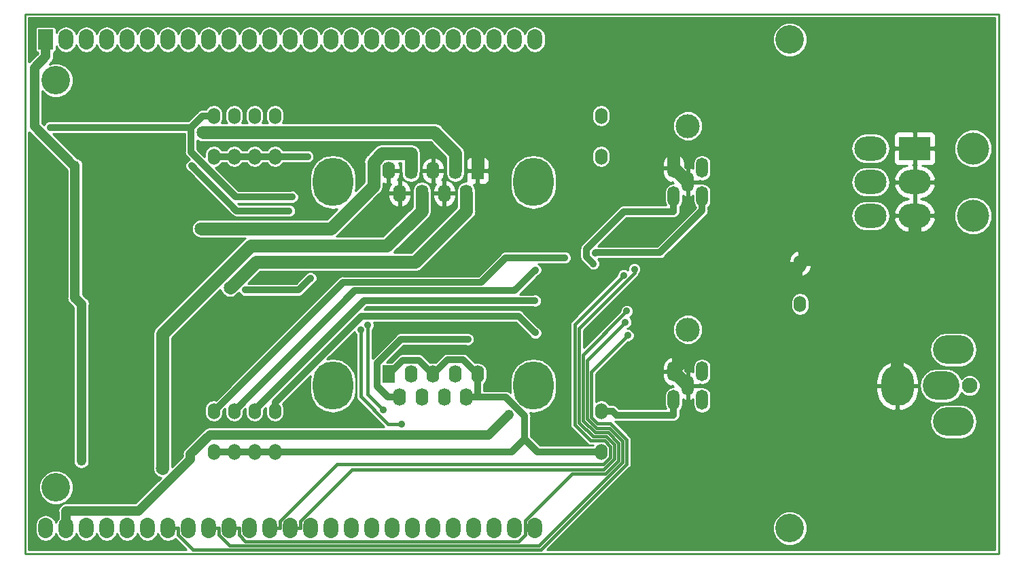
<source format=gtl>
G04 #@! TF.GenerationSoftware,KiCad,Pcbnew,6.0.0-rc1-unknown-d9d0051~66~ubuntu18.04.1*
G04 #@! TF.CreationDate,2018-08-28T13:07:50-04:00*
G04 #@! TF.ProjectId,sleep_rig_controller_5x3,736D6172745F766973696F6E5F636F6E,1.0*
G04 #@! TF.SameCoordinates,Original*
G04 #@! TF.FileFunction,Copper,L1,Top,Signal*
G04 #@! TF.FilePolarity,Positive*
%FSLAX46Y46*%
G04 Gerber Fmt 4.6, Leading zero omitted, Abs format (unit mm)*
G04 Created by KiCad (PCBNEW 6.0.0-rc1-unknown-d9d0051~66~ubuntu18.04.1) date Tue Aug 28 13:07:50 2018*
%MOMM*%
%LPD*%
G01*
G04 APERTURE LIST*
G04 #@! TA.AperFunction,NonConductor*
%ADD10C,0.228600*%
G04 #@! TD*
G04 #@! TA.AperFunction,ComponentPad*
%ADD11O,5.080000X3.556000*%
G04 #@! TD*
G04 #@! TA.AperFunction,ComponentPad*
%ADD12O,4.064000X5.080000*%
G04 #@! TD*
G04 #@! TA.AperFunction,ComponentPad*
%ADD13O,4.572000X3.556000*%
G04 #@! TD*
G04 #@! TA.AperFunction,ComponentPad*
%ADD14C,1.930400*%
G04 #@! TD*
G04 #@! TA.AperFunction,ComponentPad*
%ADD15O,4.000000X3.000000*%
G04 #@! TD*
G04 #@! TA.AperFunction,ComponentPad*
%ADD16R,4.000000X3.000000*%
G04 #@! TD*
G04 #@! TA.AperFunction,ComponentPad*
%ADD17C,4.000000*%
G04 #@! TD*
G04 #@! TA.AperFunction,ComponentPad*
%ADD18O,1.854200X2.540000*%
G04 #@! TD*
G04 #@! TA.AperFunction,ComponentPad*
%ADD19C,3.556000*%
G04 #@! TD*
G04 #@! TA.AperFunction,ComponentPad*
%ADD20R,1.854200X2.540000*%
G04 #@! TD*
G04 #@! TA.AperFunction,ComponentPad*
%ADD21O,5.000000X6.000000*%
G04 #@! TD*
G04 #@! TA.AperFunction,ComponentPad*
%ADD22O,1.600000X2.200000*%
G04 #@! TD*
G04 #@! TA.AperFunction,ComponentPad*
%ADD23R,1.600000X2.200000*%
G04 #@! TD*
G04 #@! TA.AperFunction,ComponentPad*
%ADD24C,3.000000*%
G04 #@! TD*
G04 #@! TA.AperFunction,ComponentPad*
%ADD25O,1.500000X2.500000*%
G04 #@! TD*
G04 #@! TA.AperFunction,ComponentPad*
%ADD26O,1.524000X2.032000*%
G04 #@! TD*
G04 #@! TA.AperFunction,ViaPad*
%ADD27C,1.219200*%
G04 #@! TD*
G04 #@! TA.AperFunction,ViaPad*
%ADD28C,0.889000*%
G04 #@! TD*
G04 #@! TA.AperFunction,ViaPad*
%ADD29C,1.625600*%
G04 #@! TD*
G04 #@! TA.AperFunction,Conductor*
%ADD30C,1.219200*%
G04 #@! TD*
G04 #@! TA.AperFunction,Conductor*
%ADD31C,0.812800*%
G04 #@! TD*
G04 #@! TA.AperFunction,Conductor*
%ADD32C,1.625600*%
G04 #@! TD*
G04 #@! TA.AperFunction,Conductor*
%ADD33C,0.406400*%
G04 #@! TD*
G04 #@! TA.AperFunction,Conductor*
%ADD34C,0.254000*%
G04 #@! TD*
G04 APERTURE END LIST*
D10*
X191135000Y-71755000D02*
X69850000Y-71755000D01*
X191135000Y-139065000D02*
X191135000Y-71755000D01*
X69850000Y-139065000D02*
X191135000Y-139065000D01*
X69850000Y-71755000D02*
X69850000Y-139065000D01*
D11*
G04 #@! TO.P,P2,*
G04 #@! TO.N,*
X185496200Y-122605800D03*
X185496200Y-113614200D03*
D12*
G04 #@! TO.P,P2,1*
G04 #@! TO.N,VAA*
X178511200Y-118110000D03*
D13*
G04 #@! TO.P,P2,2*
G04 #@! TO.N,GND*
X183997600Y-118110000D03*
D14*
G04 #@! TO.P,P2,*
G04 #@! TO.N,*
X187502800Y-118110000D03*
G04 #@! TD*
D15*
G04 #@! TO.P,P1,6*
G04 #@! TO.N,GND*
X175160000Y-96910000D03*
G04 #@! TO.P,P1,5*
X175160000Y-92710000D03*
G04 #@! TO.P,P1,4*
X175160000Y-88510000D03*
G04 #@! TO.P,P1,3*
G04 #@! TO.N,VAA*
X180660000Y-96910000D03*
G04 #@! TO.P,P1,2*
X180660000Y-92710000D03*
D16*
G04 #@! TO.P,P1,1*
X180660000Y-88510000D03*
D17*
G04 #@! TO.P,P1,*
G04 #@! TO.N,*
X187960000Y-96910000D03*
X187960000Y-88510000D03*
G04 #@! TD*
D18*
G04 #@! TO.P,MDB1,46*
G04 #@! TO.N,N/C*
X133350000Y-74930000D03*
G04 #@! TO.P,MDB1,45*
X130810000Y-74930000D03*
G04 #@! TO.P,MDB1,30*
G04 #@! TO.N,/CHANNEL_3*
X128270000Y-74930000D03*
G04 #@! TO.P,MDB1,29*
G04 #@! TO.N,/CHANNEL_2*
X125730000Y-74930000D03*
G04 #@! TO.P,MDB1,44*
G04 #@! TO.N,N/C*
X123190000Y-74930000D03*
G04 #@! TO.P,MDB1,43*
X120650000Y-74930000D03*
G04 #@! TO.P,MDB1,47*
X118110000Y-74930000D03*
G04 #@! TO.P,MDB1,48*
X115570000Y-74930000D03*
G04 #@! TO.P,MDB1,49*
X113030000Y-74930000D03*
G04 #@! TO.P,MDB1,33*
X133350000Y-135890000D03*
G04 #@! TO.P,MDB1,34*
X130810000Y-135890000D03*
G04 #@! TO.P,MDB1,35*
G04 #@! TO.N,/CHANNEL_4*
X128270000Y-135890000D03*
G04 #@! TO.P,MDB1,36*
G04 #@! TO.N,/CHANNEL_5*
X125730000Y-135890000D03*
G04 #@! TO.P,MDB1,37*
G04 #@! TO.N,N/C*
X123190000Y-135890000D03*
G04 #@! TO.P,MDB1,38*
X120650000Y-135890000D03*
G04 #@! TO.P,MDB1,51*
X118110000Y-135890000D03*
G04 #@! TO.P,MDB1,DAC0*
X115570000Y-135890000D03*
G04 #@! TO.P,MDB1,DAC1*
X113030000Y-135890000D03*
D19*
G04 #@! TO.P,MDB1,*
G04 #@! TO.N,*
X165100000Y-74930000D03*
X165100000Y-135890000D03*
X73660000Y-130810000D03*
X73660000Y-80010000D03*
D18*
G04 #@! TO.P,MDB1,AREF*
G04 #@! TO.N,N/C*
X72390000Y-135890000D03*
G04 #@! TO.P,MDB1,VEE*
G04 #@! TO.N,VEE*
X74930000Y-135890000D03*
G04 #@! TO.P,MDB1,AGND*
G04 #@! TO.N,N/C*
X77470000Y-135890000D03*
G04 #@! TO.P,MDB1,3V3*
X80010000Y-135890000D03*
G04 #@! TO.P,MDB1,23*
G04 #@! TO.N,/CHANNEL_7*
X82550000Y-135890000D03*
G04 #@! TO.P,MDB1,22*
G04 #@! TO.N,/CHANNEL_6*
X85090000Y-135890000D03*
G04 #@! TO.P,MDB1,21*
G04 #@! TO.N,/CHANNEL_15*
X87630000Y-135890000D03*
G04 #@! TO.P,MDB1,20*
G04 #@! TO.N,/CHANNEL_14*
X90170000Y-135890000D03*
G04 #@! TO.P,MDB1,19*
G04 #@! TO.N,/CHANNEL_13*
X92710000Y-135890000D03*
G04 #@! TO.P,MDB1,18*
G04 #@! TO.N,/CHANNEL_12*
X95250000Y-135890000D03*
G04 #@! TO.P,MDB1,17*
G04 #@! TO.N,/CHANNEL_11*
X97790000Y-135890000D03*
G04 #@! TO.P,MDB1,16*
G04 #@! TO.N,/CHANNEL_10*
X100330000Y-135890000D03*
G04 #@! TO.P,MDB1,15*
G04 #@! TO.N,/CHANNEL_9*
X102870000Y-135890000D03*
G04 #@! TO.P,MDB1,14*
G04 #@! TO.N,/CHANNEL_8*
X105410000Y-135890000D03*
G04 #@! TO.P,MDB1,13*
G04 #@! TO.N,N/C*
X107950000Y-135890000D03*
G04 #@! TO.P,MDB1,53*
X110490000Y-135890000D03*
G04 #@! TO.P,MDB1,50*
X110490000Y-74930000D03*
G04 #@! TO.P,MDB1,12*
X107950000Y-74930000D03*
G04 #@! TO.P,MDB1,11*
X105410000Y-74930000D03*
G04 #@! TO.P,MDB1,42*
X102870000Y-74930000D03*
G04 #@! TO.P,MDB1,41*
X100330000Y-74930000D03*
G04 #@! TO.P,MDB1,40*
X97790000Y-74930000D03*
G04 #@! TO.P,MDB1,52*
G04 #@! TO.N,/~ENABLE*
X95250000Y-74930000D03*
G04 #@! TO.P,MDB1,6*
G04 #@! TO.N,/CHANNEL_1*
X92710000Y-74930000D03*
G04 #@! TO.P,MDB1,5*
G04 #@! TO.N,N/C*
X90170000Y-74930000D03*
G04 #@! TO.P,MDB1,54*
X87630000Y-74930000D03*
G04 #@! TO.P,MDB1,55*
X85090000Y-74930000D03*
G04 #@! TO.P,MDB1,2*
G04 #@! TO.N,/CHANNEL_0*
X82550000Y-74930000D03*
G04 #@! TO.P,MDB1,A11*
G04 #@! TO.N,N/C*
X80010000Y-74930000D03*
D20*
G04 #@! TO.P,MDB1,VDD*
G04 #@! TO.N,VDD*
X72390000Y-74930000D03*
D18*
G04 #@! TO.P,MDB1,A10*
G04 #@! TO.N,N/C*
X77470000Y-74930000D03*
G04 #@! TO.P,MDB1,GND*
G04 #@! TO.N,GND*
X74930000Y-74930000D03*
G04 #@! TD*
D21*
G04 #@! TO.P,J3,*
G04 #@! TO.N,*
X108155000Y-92710000D03*
X133142000Y-92710000D03*
D22*
G04 #@! TO.P,J3,5*
G04 #@! TO.N,VAA*
X115110000Y-91290000D03*
G04 #@! TO.P,J3,4*
G04 #@! TO.N,/WHITE_LIGHT*
X117880000Y-91290000D03*
G04 #@! TO.P,J3,3*
G04 #@! TO.N,VAA*
X120650000Y-91290000D03*
G04 #@! TO.P,J3,2*
G04 #@! TO.N,/FANS*
X123420000Y-91290000D03*
D23*
G04 #@! TO.P,J3,1*
G04 #@! TO.N,VAA*
X126190000Y-91290000D03*
D22*
G04 #@! TO.P,J3,9*
X116495000Y-94130000D03*
G04 #@! TO.P,J3,8*
G04 #@! TO.N,/OUTPUT_3*
X119265000Y-94130000D03*
G04 #@! TO.P,J3,7*
G04 #@! TO.N,VAA*
X122035000Y-94130000D03*
G04 #@! TO.P,J3,6*
G04 #@! TO.N,/BUZZER*
X124805000Y-94130000D03*
G04 #@! TD*
D21*
G04 #@! TO.P,J4,*
G04 #@! TO.N,*
X108155000Y-118110000D03*
X133142000Y-118110000D03*
D23*
G04 #@! TO.P,J4,1*
G04 #@! TO.N,GND*
X115110000Y-116690000D03*
D22*
G04 #@! TO.P,J4,2*
G04 #@! TO.N,/VISIBLE_LIGHT_INDICATOR*
X117880000Y-116690000D03*
G04 #@! TO.P,J4,3*
G04 #@! TO.N,GND*
X120650000Y-116690000D03*
G04 #@! TO.P,J4,4*
G04 #@! TO.N,/WHITE_LIGHT_INDICATOR*
X123420000Y-116690000D03*
G04 #@! TO.P,J4,5*
G04 #@! TO.N,GND*
X126190000Y-116690000D03*
G04 #@! TO.P,J4,6*
G04 #@! TO.N,/BUZZER_INDICATOR*
X116495000Y-119530000D03*
G04 #@! TO.P,J4,7*
G04 #@! TO.N,GND*
X119265000Y-119530000D03*
G04 #@! TO.P,J4,8*
G04 #@! TO.N,/CAMERA_TRIGGER*
X122035000Y-119530000D03*
G04 #@! TO.P,J4,9*
G04 #@! TO.N,GND*
X124805000Y-119530000D03*
G04 #@! TD*
D24*
G04 #@! TO.P,J1,*
G04 #@! TO.N,*
X152400000Y-85710000D03*
D25*
G04 #@! TO.P,J1,4*
G04 #@! TO.N,/C_12*
X150632200Y-94477800D03*
G04 #@! TO.P,J1,3*
G04 #@! TO.N,GND*
X154167800Y-94477800D03*
G04 #@! TO.P,J1,2*
G04 #@! TO.N,N/C*
X154167800Y-90942200D03*
G04 #@! TO.P,J1,1*
G04 #@! TO.N,VAA*
X150632200Y-90942200D03*
G04 #@! TO.P,J1,5*
X152400000Y-92710000D03*
G04 #@! TD*
D24*
G04 #@! TO.P,J2,*
G04 #@! TO.N,*
X152400000Y-111110000D03*
D25*
G04 #@! TO.P,J2,4*
G04 #@! TO.N,/C_13*
X150632200Y-119877800D03*
G04 #@! TO.P,J2,3*
G04 #@! TO.N,GND*
X154167800Y-119877800D03*
G04 #@! TO.P,J2,2*
G04 #@! TO.N,N/C*
X154167800Y-116342200D03*
G04 #@! TO.P,J2,1*
G04 #@! TO.N,VAA*
X150632200Y-116342200D03*
G04 #@! TO.P,J2,5*
X152400000Y-118110000D03*
G04 #@! TD*
D26*
G04 #@! TO.P,L1,1*
G04 #@! TO.N,VAA*
X166370000Y-102870000D03*
G04 #@! TO.P,L1,2*
G04 #@! TO.N,GND*
X166370000Y-107950000D03*
G04 #@! TD*
G04 #@! TO.P,L2,2*
G04 #@! TO.N,GND*
X93345000Y-89535000D03*
G04 #@! TO.P,L2,1*
G04 #@! TO.N,/C_0*
X93345000Y-84455000D03*
G04 #@! TD*
G04 #@! TO.P,L3,1*
G04 #@! TO.N,/C_1*
X95885000Y-84455000D03*
G04 #@! TO.P,L3,2*
G04 #@! TO.N,GND*
X95885000Y-89535000D03*
G04 #@! TD*
G04 #@! TO.P,L4,2*
G04 #@! TO.N,GND*
X98425000Y-89535000D03*
G04 #@! TO.P,L4,1*
G04 #@! TO.N,/C_2*
X98425000Y-84455000D03*
G04 #@! TD*
G04 #@! TO.P,L5,1*
G04 #@! TO.N,/C_3*
X100965000Y-84455000D03*
G04 #@! TO.P,L5,2*
G04 #@! TO.N,GND*
X100965000Y-89535000D03*
G04 #@! TD*
G04 #@! TO.P,L6,2*
G04 #@! TO.N,GND*
X93345000Y-126365000D03*
G04 #@! TO.P,L6,1*
G04 #@! TO.N,/C_8*
X93345000Y-121285000D03*
G04 #@! TD*
G04 #@! TO.P,L7,2*
G04 #@! TO.N,GND*
X95885000Y-126365000D03*
G04 #@! TO.P,L7,1*
G04 #@! TO.N,/C_9*
X95885000Y-121285000D03*
G04 #@! TD*
G04 #@! TO.P,L8,1*
G04 #@! TO.N,/C_10*
X98425000Y-121285000D03*
G04 #@! TO.P,L8,2*
G04 #@! TO.N,GND*
X98425000Y-126365000D03*
G04 #@! TD*
G04 #@! TO.P,L9,1*
G04 #@! TO.N,/C_11*
X100965000Y-121285000D03*
G04 #@! TO.P,L9,2*
G04 #@! TO.N,GND*
X100965000Y-126365000D03*
G04 #@! TD*
G04 #@! TO.P,L10,1*
G04 #@! TO.N,/C_12*
X141605000Y-84455000D03*
G04 #@! TO.P,L10,2*
G04 #@! TO.N,GND*
X141605000Y-89535000D03*
G04 #@! TD*
G04 #@! TO.P,L11,2*
G04 #@! TO.N,GND*
X141605000Y-126365000D03*
G04 #@! TO.P,L11,1*
G04 #@! TO.N,/C_13*
X141605000Y-121285000D03*
G04 #@! TD*
D27*
G04 #@! TO.N,VEE*
X103186400Y-124242300D03*
X130088800Y-121742300D03*
D28*
G04 #@! TO.N,GND*
X140852000Y-101577300D03*
X105016700Y-89535000D03*
D27*
G04 #@! TO.N,VDD*
X76825300Y-127508700D03*
X76043500Y-107134800D03*
X76050700Y-90641900D03*
D29*
G04 #@! TO.N,VAA*
X87818800Y-81776700D03*
D28*
G04 #@! TO.N,/CHANNEL_10*
X144418900Y-104334900D03*
G04 #@! TO.N,/CHANNEL_9*
X145737300Y-103575100D03*
D29*
G04 #@! TO.N,/FANS*
X91986900Y-86534800D03*
G04 #@! TO.N,/WHITE_LIGHT*
X91749300Y-98522800D03*
G04 #@! TO.N,/BUZZER*
X95357300Y-105933900D03*
G04 #@! TO.N,/OUTPUT_3*
X86945000Y-128427100D03*
D28*
G04 #@! TO.N,/C_12*
X140618200Y-102909300D03*
G04 #@! TO.N,/BUZZER_INDICATOR*
X124990400Y-112316100D03*
G04 #@! TO.N,/C_0*
X72963200Y-85891500D03*
X103083500Y-94572800D03*
G04 #@! TO.N,/C_1*
X102701400Y-96297500D03*
X90585300Y-90690400D03*
G04 #@! TO.N,/C_2*
X105378600Y-104704300D03*
X97272800Y-106175800D03*
G04 #@! TO.N,/C_8*
X137070600Y-102144500D03*
G04 #@! TO.N,/C_9*
X133395300Y-103661400D03*
G04 #@! TO.N,/C_10*
X133350000Y-107519500D03*
G04 #@! TO.N,/C_11*
X133395300Y-111530700D03*
G04 #@! TO.N,/CHANNEL_4*
X116708400Y-122895300D03*
X111633800Y-111111500D03*
G04 #@! TO.N,/CHANNEL_5*
X112506800Y-110583100D03*
X114416500Y-121111900D03*
G04 #@! TO.N,/CHANNEL_15*
X144910300Y-111834700D03*
G04 #@! TO.N,/CHANNEL_13*
X144619400Y-110203000D03*
G04 #@! TO.N,/CHANNEL_12*
X144800800Y-108819400D03*
G04 #@! TD*
D30*
G04 #@! TO.N,VEE*
X103186400Y-124242300D02*
X92867100Y-124242300D01*
X92867100Y-124242300D02*
X90430800Y-126678600D01*
X90430800Y-126678600D02*
X90430800Y-127321000D01*
X90430800Y-127321000D02*
X83995700Y-133756100D01*
X83995700Y-133756100D02*
X74930000Y-133756100D01*
X130088800Y-121742300D02*
X127588800Y-124242300D01*
X127588800Y-124242300D02*
X103186400Y-124242300D01*
X74930000Y-135890000D02*
X74930000Y-133756100D01*
D31*
G04 #@! TO.N,GND*
X126190000Y-119530000D02*
X126138400Y-119530000D01*
X132068400Y-124777800D02*
X132068400Y-121925400D01*
X132068400Y-121925400D02*
X129673000Y-119530000D01*
X129673000Y-119530000D02*
X126190000Y-119530000D01*
X126190000Y-119530000D02*
X126190000Y-118323400D01*
X126190000Y-116690000D02*
X126190000Y-118323400D01*
X126190000Y-116690000D02*
X124384100Y-114884100D01*
X124384100Y-114884100D02*
X122455900Y-114884100D01*
X122455900Y-114884100D02*
X120650000Y-116690000D01*
X120650000Y-116690000D02*
X118886900Y-114926900D01*
X118886900Y-114926900D02*
X116873100Y-114926900D01*
X116873100Y-114926900D02*
X115110000Y-116690000D01*
X102260400Y-126365000D02*
X130481200Y-126365000D01*
X130481200Y-126365000D02*
X132068400Y-124777800D01*
X140309600Y-126365000D02*
X133655600Y-126365000D01*
X133655600Y-126365000D02*
X132068400Y-124777800D01*
X154167800Y-96261200D02*
X148916200Y-101512800D01*
X148916200Y-101512800D02*
X140916500Y-101512800D01*
X140916500Y-101512800D02*
X140852000Y-101577300D01*
X100965000Y-126365000D02*
X102260400Y-126365000D01*
X124805000Y-119530000D02*
X126138400Y-119530000D01*
X141605000Y-126365000D02*
X140309600Y-126365000D01*
X98425000Y-126365000D02*
X100965000Y-126365000D01*
X95885000Y-126365000D02*
X98425000Y-126365000D01*
X100965000Y-89535000D02*
X98425000Y-89535000D01*
X105016700Y-89535000D02*
X100965000Y-89535000D01*
X95885000Y-126365000D02*
X93345000Y-126365000D01*
X154167800Y-94477800D02*
X154167800Y-96261200D01*
X98425000Y-89535000D02*
X95885000Y-89535000D01*
X93345000Y-89535000D02*
X95885000Y-89535000D01*
D30*
G04 #@! TO.N,VDD*
X76050700Y-107134800D02*
X76825300Y-107909400D01*
X76825300Y-107909400D02*
X76825300Y-127508700D01*
X76050700Y-107134800D02*
X76043500Y-107134800D01*
X76050700Y-90641900D02*
X76050700Y-107134800D01*
X72390000Y-77063900D02*
X70984300Y-78469600D01*
X70984300Y-78469600D02*
X70984300Y-85783000D01*
X70984300Y-85783000D02*
X75843200Y-90641900D01*
X75843200Y-90641900D02*
X76050700Y-90641900D01*
X72390000Y-74930000D02*
X72390000Y-77063900D01*
D32*
G04 #@! TO.N,VAA*
X126190000Y-89122900D02*
X118843800Y-81776700D01*
X118843800Y-81776700D02*
X87818800Y-81776700D01*
X150632200Y-88625100D02*
X149428800Y-87421700D01*
X149428800Y-87421700D02*
X127891200Y-87421700D01*
X127891200Y-87421700D02*
X126190000Y-89122900D01*
X167772600Y-101467400D02*
X154930300Y-88625100D01*
X154930300Y-88625100D02*
X150632200Y-88625100D01*
X180660000Y-99477100D02*
X178669700Y-101467400D01*
X178669700Y-101467400D02*
X167772600Y-101467400D01*
X166370000Y-102870000D02*
X167772600Y-101467400D01*
X150632200Y-90942200D02*
X150632200Y-88625100D01*
X152400000Y-92710000D02*
X150632200Y-90942200D01*
X180660000Y-96910000D02*
X180660000Y-99477100D01*
X126190000Y-91290000D02*
X126190000Y-89122900D01*
X155817199Y-113676801D02*
X153023199Y-113676801D01*
X166370000Y-102870000D02*
X166370000Y-103124000D01*
X166370000Y-103124000D02*
X155817199Y-113676801D01*
X153023199Y-113676801D02*
X150495000Y-116205000D01*
X150632200Y-116342200D02*
X152400000Y-118110000D01*
X180660000Y-100035600D02*
X178435000Y-102260600D01*
X180660000Y-96910000D02*
X180660000Y-100035600D01*
X178435000Y-102260600D02*
X178435000Y-118110000D01*
D33*
G04 #@! TO.N,/CHANNEL_10*
X101587300Y-135890000D02*
X101587300Y-135025600D01*
X101587300Y-135025600D02*
X108726500Y-127886400D01*
X108726500Y-127886400D02*
X141885500Y-127886400D01*
X141885500Y-127886400D02*
X142732300Y-127039600D01*
X142732300Y-127039600D02*
X142732300Y-125676300D01*
X142732300Y-125676300D02*
X142024000Y-124968000D01*
X142024000Y-124968000D02*
X140284500Y-124968000D01*
X140284500Y-124968000D02*
X138287300Y-122970800D01*
X138287300Y-122970800D02*
X138287300Y-110466500D01*
X138287300Y-110466500D02*
X144418900Y-104334900D01*
X100330000Y-135890000D02*
X101587300Y-135890000D01*
G04 #@! TO.N,/CHANNEL_9*
X104127300Y-135890000D02*
X104127300Y-135026100D01*
X104127300Y-135026100D02*
X110579100Y-128574300D01*
X110579100Y-128574300D02*
X141916500Y-128574300D01*
X141916500Y-128574300D02*
X143240600Y-127250200D01*
X143240600Y-127250200D02*
X143240600Y-125465700D01*
X143240600Y-125465700D02*
X142234600Y-124459700D01*
X142234600Y-124459700D02*
X140579400Y-124459700D01*
X140579400Y-124459700D02*
X138837000Y-122717300D01*
X138837000Y-122717300D02*
X138837000Y-110977000D01*
X138837000Y-110977000D02*
X145737300Y-104076700D01*
X145737300Y-104076700D02*
X145737300Y-103575100D01*
X102870000Y-135890000D02*
X104127300Y-135890000D01*
D32*
G04 #@! TO.N,/FANS*
X123420000Y-89122900D02*
X120835300Y-86538200D01*
X120835300Y-86538200D02*
X91990300Y-86538200D01*
X91990300Y-86538200D02*
X91986900Y-86534800D01*
X123420000Y-91290000D02*
X123420000Y-89122900D01*
G04 #@! TO.N,/WHITE_LIGHT*
X91749300Y-98522800D02*
X107901900Y-98522800D01*
X107901900Y-98522800D02*
X113232200Y-93192500D01*
X113232200Y-93192500D02*
X113232200Y-90203000D01*
X113232200Y-90203000D02*
X114312300Y-89122900D01*
X114312300Y-89122900D02*
X117880000Y-89122900D01*
X117880000Y-91290000D02*
X117880000Y-89122900D01*
G04 #@! TO.N,/BUZZER*
X124805000Y-96297100D02*
X118433100Y-102669000D01*
X118433100Y-102669000D02*
X98622200Y-102669000D01*
X98622200Y-102669000D02*
X95357300Y-105933900D01*
X124805000Y-94130000D02*
X124805000Y-96297100D01*
G04 #@! TO.N,/OUTPUT_3*
X119265000Y-96297100D02*
X114871900Y-100690200D01*
X114871900Y-100690200D02*
X97942300Y-100690200D01*
X97942300Y-100690200D02*
X86945000Y-111687500D01*
X86945000Y-111687500D02*
X86945000Y-128427100D01*
X119265000Y-94130000D02*
X119265000Y-96297100D01*
D31*
G04 #@! TO.N,/C_12*
X150632200Y-94477800D02*
X150632200Y-96388500D01*
X150632200Y-96388500D02*
X144394500Y-96388500D01*
X144394500Y-96388500D02*
X139746700Y-101036300D01*
X139746700Y-101036300D02*
X139746700Y-102037800D01*
X139746700Y-102037800D02*
X140618200Y-102909300D01*
G04 #@! TO.N,/C_13*
X150632200Y-119877800D02*
X150632200Y-121788500D01*
X141605000Y-121285000D02*
X143027700Y-121285000D01*
X143027700Y-121285000D02*
X143531200Y-121788500D01*
X143531200Y-121788500D02*
X150632200Y-121788500D01*
G04 #@! TO.N,/BUZZER_INDICATOR*
X116495000Y-119530000D02*
X115034300Y-119530000D01*
X115034300Y-119530000D02*
X113649200Y-118144900D01*
X113649200Y-118144900D02*
X113649200Y-115314000D01*
X113649200Y-115314000D02*
X116647100Y-112316100D01*
X116647100Y-112316100D02*
X124990400Y-112316100D01*
G04 #@! TO.N,/C_0*
X90485800Y-85891500D02*
X72963200Y-85891500D01*
X90485800Y-85891500D02*
X91922300Y-84455000D01*
X103083500Y-94572800D02*
X96114000Y-94572800D01*
X96114000Y-94572800D02*
X90485800Y-88944600D01*
X90485800Y-88944600D02*
X90485800Y-85891500D01*
X93345000Y-84455000D02*
X91922300Y-84455000D01*
G04 #@! TO.N,/C_1*
X90585300Y-90690400D02*
X96192400Y-96297500D01*
X96192400Y-96297500D02*
X102701400Y-96297500D01*
G04 #@! TO.N,/C_2*
X97272800Y-106175800D02*
X103907100Y-106175800D01*
X103907100Y-106175800D02*
X105378600Y-104704300D01*
G04 #@! TO.N,/C_8*
X93345000Y-121285000D02*
X109420600Y-105209400D01*
X109420600Y-105209400D02*
X126631000Y-105209400D01*
X126631000Y-105209400D02*
X129695900Y-102144500D01*
X129695900Y-102144500D02*
X137070600Y-102144500D01*
G04 #@! TO.N,/C_9*
X95885000Y-121285000D02*
X110893400Y-106276600D01*
X110893400Y-106276600D02*
X130780100Y-106276600D01*
X130780100Y-106276600D02*
X133395300Y-103661400D01*
G04 #@! TO.N,/C_10*
X98425000Y-121285000D02*
X98425000Y-121172300D01*
X98425000Y-121172300D02*
X112077800Y-107519500D01*
X112077800Y-107519500D02*
X133350000Y-107519500D01*
G04 #@! TO.N,/C_11*
X133395300Y-111530700D02*
X131291300Y-109426700D01*
X131291300Y-109426700D02*
X111728400Y-109426700D01*
X111728400Y-109426700D02*
X100965000Y-120190100D01*
X100965000Y-120190100D02*
X100965000Y-121285000D01*
D33*
G04 #@! TO.N,/CHANNEL_4*
X116708400Y-122895300D02*
X115044900Y-122895300D01*
X115044900Y-122895300D02*
X111633800Y-119484200D01*
X111633800Y-119484200D02*
X111633800Y-111111500D01*
G04 #@! TO.N,/CHANNEL_5*
X114416500Y-121111900D02*
X112506800Y-119202200D01*
X112506800Y-119202200D02*
X112506800Y-110583100D01*
G04 #@! TO.N,/CHANNEL_15*
X88887300Y-135890000D02*
X88887300Y-136753800D01*
X88887300Y-136753800D02*
X90721000Y-138587500D01*
X90721000Y-138587500D02*
X134060000Y-138587500D01*
X134060000Y-138587500D02*
X144765500Y-127882000D01*
X144765500Y-127882000D02*
X144765500Y-124833900D01*
X144765500Y-124833900D02*
X142724400Y-122792800D01*
X142724400Y-122792800D02*
X141113300Y-122792800D01*
X141113300Y-122792800D02*
X140367500Y-122047000D01*
X140367500Y-122047000D02*
X140367500Y-116377500D01*
X140367500Y-116377500D02*
X144910300Y-111834700D01*
X87630000Y-135890000D02*
X88887300Y-135890000D01*
G04 #@! TO.N,/CHANNEL_13*
X93967300Y-135890000D02*
X93967300Y-136753900D01*
X93967300Y-136753900D02*
X95292600Y-138079200D01*
X95292600Y-138079200D02*
X133849400Y-138079200D01*
X133849400Y-138079200D02*
X144257200Y-127671400D01*
X144257200Y-127671400D02*
X144257200Y-125044500D01*
X144257200Y-125044500D02*
X142655800Y-123443100D01*
X142655800Y-123443100D02*
X141044700Y-123443100D01*
X141044700Y-123443100D02*
X139859200Y-122257600D01*
X139859200Y-122257600D02*
X139859200Y-114963200D01*
X139859200Y-114963200D02*
X144619400Y-110203000D01*
X92710000Y-135890000D02*
X93967300Y-135890000D01*
G04 #@! TO.N,/CHANNEL_12*
X96507300Y-135890000D02*
X96507300Y-136753900D01*
X96507300Y-136753900D02*
X97294000Y-137540600D01*
X97294000Y-137540600D02*
X131258900Y-137540600D01*
X131258900Y-137540600D02*
X132117700Y-136681800D01*
X132117700Y-136681800D02*
X132117700Y-134972600D01*
X132117700Y-134972600D02*
X138007700Y-129082600D01*
X138007700Y-129082600D02*
X142127100Y-129082600D01*
X142127100Y-129082600D02*
X143748900Y-127460800D01*
X143748900Y-127460800D02*
X143748900Y-125255100D01*
X143748900Y-125255100D02*
X142445200Y-123951400D01*
X142445200Y-123951400D02*
X140834100Y-123951400D01*
X140834100Y-123951400D02*
X139350900Y-122468200D01*
X139350900Y-122468200D02*
X139350900Y-114269300D01*
X139350900Y-114269300D02*
X144800800Y-108819400D01*
X95250000Y-135890000D02*
X96507300Y-135890000D01*
G04 #@! TD*
D34*
G04 #@! TO.N,VAA*
G36*
X190690500Y-138620500D02*
X134853182Y-138620500D01*
X138013134Y-135460548D01*
X162941000Y-135460548D01*
X162941000Y-136319452D01*
X163269688Y-137112975D01*
X163877025Y-137720312D01*
X164670548Y-138049000D01*
X165529452Y-138049000D01*
X166322975Y-137720312D01*
X166930312Y-137112975D01*
X167259000Y-136319452D01*
X167259000Y-135460548D01*
X166930312Y-134667025D01*
X166322975Y-134059688D01*
X165529452Y-133731000D01*
X164670548Y-133731000D01*
X163877025Y-134059688D01*
X163269688Y-134667025D01*
X162941000Y-135460548D01*
X138013134Y-135460548D01*
X145137907Y-128335777D01*
X145186685Y-128303185D01*
X145315804Y-128109943D01*
X145349700Y-127939537D01*
X145349700Y-127939536D01*
X145361145Y-127882001D01*
X145349700Y-127824465D01*
X145349700Y-124891435D01*
X145361145Y-124833899D01*
X145326445Y-124659455D01*
X145315804Y-124605957D01*
X145186685Y-124412715D01*
X145137906Y-124380122D01*
X143363583Y-122605800D01*
X182532903Y-122605800D01*
X182700467Y-123448200D01*
X183177648Y-124162352D01*
X183891800Y-124639533D01*
X184521559Y-124764800D01*
X186470841Y-124764800D01*
X187100600Y-124639533D01*
X187814752Y-124162352D01*
X188291933Y-123448200D01*
X188459497Y-122605800D01*
X188291933Y-121763400D01*
X187814752Y-121049248D01*
X187100600Y-120572067D01*
X186470841Y-120446800D01*
X184521559Y-120446800D01*
X183891800Y-120572067D01*
X183177648Y-121049248D01*
X182700467Y-121763400D01*
X182532903Y-122605800D01*
X143363583Y-122605800D01*
X143303895Y-122546113D01*
X143531200Y-122591326D01*
X143608753Y-122575900D01*
X150554648Y-122575900D01*
X150632200Y-122591326D01*
X150709752Y-122575900D01*
X150765270Y-122564857D01*
X150939428Y-122530215D01*
X151199884Y-122356184D01*
X151373915Y-122095728D01*
X151407795Y-121925399D01*
X151435026Y-121788500D01*
X151419600Y-121710948D01*
X151419600Y-121211917D01*
X151447605Y-121193205D01*
X151697578Y-120819094D01*
X151763200Y-120489191D01*
X151763200Y-119816433D01*
X151987316Y-119938173D01*
X152058815Y-119952318D01*
X152273000Y-119829656D01*
X152273000Y-118237000D01*
X152527000Y-118237000D01*
X152527000Y-119829656D01*
X152741185Y-119952318D01*
X152812684Y-119938173D01*
X153036800Y-119816433D01*
X153036800Y-120489191D01*
X153102422Y-120819094D01*
X153352396Y-121193205D01*
X153726507Y-121443178D01*
X154167800Y-121530957D01*
X154609094Y-121443178D01*
X154983205Y-121193205D01*
X155233178Y-120819094D01*
X155298800Y-120489191D01*
X155298800Y-119266409D01*
X155233178Y-118936506D01*
X154983205Y-118562395D01*
X154609093Y-118312422D01*
X154229923Y-118237000D01*
X175844200Y-118237000D01*
X175844200Y-118745000D01*
X176095814Y-119755949D01*
X176715149Y-120593656D01*
X177607916Y-121130587D01*
X177969026Y-121229309D01*
X178384200Y-121123033D01*
X178384200Y-118237000D01*
X178638200Y-118237000D01*
X178638200Y-121123033D01*
X179053374Y-121229309D01*
X179414484Y-121130587D01*
X180307251Y-120593656D01*
X180926586Y-119755949D01*
X181178200Y-118745000D01*
X181178200Y-118237000D01*
X178638200Y-118237000D01*
X178384200Y-118237000D01*
X175844200Y-118237000D01*
X154229923Y-118237000D01*
X154167800Y-118224643D01*
X153785000Y-118300787D01*
X153785000Y-118237000D01*
X152527000Y-118237000D01*
X152273000Y-118237000D01*
X152253000Y-118237000D01*
X152253000Y-118110000D01*
X181288303Y-118110000D01*
X181455867Y-118952400D01*
X181933048Y-119666552D01*
X182647200Y-120143733D01*
X183276959Y-120269000D01*
X184718241Y-120269000D01*
X185348000Y-120143733D01*
X186062152Y-119666552D01*
X186500101Y-119011116D01*
X186740239Y-119251254D01*
X187235024Y-119456200D01*
X187770576Y-119456200D01*
X188265361Y-119251254D01*
X188644054Y-118872561D01*
X188849000Y-118377776D01*
X188849000Y-117842224D01*
X188644054Y-117347439D01*
X188265361Y-116968746D01*
X187770576Y-116763800D01*
X187235024Y-116763800D01*
X186740239Y-116968746D01*
X186500101Y-117208884D01*
X186062152Y-116553448D01*
X185348000Y-116076267D01*
X184718241Y-115951000D01*
X183276959Y-115951000D01*
X182647200Y-116076267D01*
X181933048Y-116553448D01*
X181455867Y-117267600D01*
X181288303Y-118110000D01*
X152253000Y-118110000D01*
X152253000Y-117983000D01*
X152273000Y-117983000D01*
X152273000Y-116390344D01*
X152527000Y-116390344D01*
X152527000Y-117983000D01*
X153785000Y-117983000D01*
X153785000Y-117919213D01*
X154167800Y-117995357D01*
X154609094Y-117907578D01*
X154983205Y-117657605D01*
X155105217Y-117475000D01*
X175844200Y-117475000D01*
X175844200Y-117983000D01*
X178384200Y-117983000D01*
X178384200Y-115096967D01*
X178638200Y-115096967D01*
X178638200Y-117983000D01*
X181178200Y-117983000D01*
X181178200Y-117475000D01*
X180926586Y-116464051D01*
X180307251Y-115626344D01*
X179414484Y-115089413D01*
X179053374Y-114990691D01*
X178638200Y-115096967D01*
X178384200Y-115096967D01*
X177969026Y-114990691D01*
X177607916Y-115089413D01*
X176715149Y-115626344D01*
X176095814Y-116464051D01*
X175844200Y-117475000D01*
X155105217Y-117475000D01*
X155233178Y-117283494D01*
X155298800Y-116953591D01*
X155298800Y-115730809D01*
X155233178Y-115400906D01*
X154983205Y-115026795D01*
X154609093Y-114776822D01*
X154167800Y-114689043D01*
X153726506Y-114776822D01*
X153352395Y-115026795D01*
X153102422Y-115400907D01*
X153036800Y-115730810D01*
X153036800Y-116403567D01*
X152812684Y-116281827D01*
X152741185Y-116267682D01*
X152527000Y-116390344D01*
X152273000Y-116390344D01*
X152058815Y-116267682D01*
X152017200Y-116275915D01*
X152017200Y-115715200D01*
X151863172Y-115194851D01*
X151521740Y-114773055D01*
X151044884Y-114514027D01*
X150973385Y-114499882D01*
X150759200Y-114622544D01*
X150759200Y-116215200D01*
X150779200Y-116215200D01*
X150779200Y-116469200D01*
X150759200Y-116469200D01*
X150759200Y-116489200D01*
X150505200Y-116489200D01*
X150505200Y-116469200D01*
X149247200Y-116469200D01*
X149247200Y-116969200D01*
X149401228Y-117489549D01*
X149742660Y-117911345D01*
X150219516Y-118170373D01*
X150291015Y-118184518D01*
X150505198Y-118061857D01*
X150505198Y-118227200D01*
X150619345Y-118227200D01*
X150190906Y-118312422D01*
X149816795Y-118562395D01*
X149566822Y-118936507D01*
X149501200Y-119266410D01*
X149501200Y-120489191D01*
X149566822Y-120819094D01*
X149688435Y-121001100D01*
X143857352Y-121001100D01*
X143639316Y-120783065D01*
X143595384Y-120717316D01*
X143334928Y-120543285D01*
X143105252Y-120497600D01*
X143105251Y-120497600D01*
X143027700Y-120482174D01*
X142950149Y-120497600D01*
X142623267Y-120497600D01*
X142429057Y-120206943D01*
X142050975Y-119954318D01*
X141605000Y-119865608D01*
X141159024Y-119954318D01*
X140951700Y-120092847D01*
X140951700Y-116619482D01*
X141855982Y-115715200D01*
X149247200Y-115715200D01*
X149247200Y-116215200D01*
X150505200Y-116215200D01*
X150505200Y-114622544D01*
X150291015Y-114499882D01*
X150219516Y-114514027D01*
X149742660Y-114773055D01*
X149401228Y-115194851D01*
X149247200Y-115715200D01*
X141855982Y-115715200D01*
X143956983Y-113614200D01*
X182532903Y-113614200D01*
X182700467Y-114456600D01*
X183177648Y-115170752D01*
X183891800Y-115647933D01*
X184521559Y-115773200D01*
X186470841Y-115773200D01*
X187100600Y-115647933D01*
X187814752Y-115170752D01*
X188291933Y-114456600D01*
X188459497Y-113614200D01*
X188291933Y-112771800D01*
X187814752Y-112057648D01*
X187100600Y-111580467D01*
X186470841Y-111455200D01*
X184521559Y-111455200D01*
X183891800Y-111580467D01*
X183177648Y-112057648D01*
X182700467Y-112771800D01*
X182532903Y-113614200D01*
X143956983Y-113614200D01*
X144910984Y-112660200D01*
X145074502Y-112660200D01*
X145377908Y-112534526D01*
X145610126Y-112302308D01*
X145735800Y-111998902D01*
X145735800Y-111670498D01*
X145610126Y-111367092D01*
X145377908Y-111134874D01*
X145074502Y-111009200D01*
X144830197Y-111009200D01*
X145087008Y-110902826D01*
X145253988Y-110735846D01*
X150519000Y-110735846D01*
X150519000Y-111484154D01*
X150805365Y-112175501D01*
X151334499Y-112704635D01*
X152025846Y-112991000D01*
X152774154Y-112991000D01*
X153465501Y-112704635D01*
X153994635Y-112175501D01*
X154281000Y-111484154D01*
X154281000Y-110735846D01*
X153994635Y-110044499D01*
X153465501Y-109515365D01*
X152774154Y-109229000D01*
X152025846Y-109229000D01*
X151334499Y-109515365D01*
X150805365Y-110044499D01*
X150519000Y-110735846D01*
X145253988Y-110735846D01*
X145319226Y-110670608D01*
X145444900Y-110367202D01*
X145444900Y-110038798D01*
X145319226Y-109735392D01*
X145151489Y-109567655D01*
X145268408Y-109519226D01*
X145500626Y-109287008D01*
X145626300Y-108983602D01*
X145626300Y-108655198D01*
X145500626Y-108351792D01*
X145268408Y-108119574D01*
X144965002Y-107993900D01*
X144636598Y-107993900D01*
X144333192Y-108119574D01*
X144100974Y-108351792D01*
X143975300Y-108655198D01*
X143975300Y-108818716D01*
X139421200Y-113372818D01*
X139421200Y-111218982D01*
X143056753Y-107583429D01*
X165227000Y-107583429D01*
X165227000Y-108316572D01*
X165293318Y-108649976D01*
X165545944Y-109028057D01*
X165924025Y-109280682D01*
X166370000Y-109369392D01*
X166815976Y-109280682D01*
X167194057Y-109028057D01*
X167446682Y-108649975D01*
X167513000Y-108316571D01*
X167513000Y-107583428D01*
X167446682Y-107250024D01*
X167194057Y-106871943D01*
X166815975Y-106619318D01*
X166370000Y-106530608D01*
X165924024Y-106619318D01*
X165545943Y-106871943D01*
X165293318Y-107250025D01*
X165227000Y-107583429D01*
X143056753Y-107583429D01*
X146109704Y-104530479D01*
X146158485Y-104497885D01*
X146287604Y-104304643D01*
X146315517Y-104164317D01*
X146437126Y-104042708D01*
X146562800Y-103739302D01*
X146562800Y-103410898D01*
X146437126Y-103107492D01*
X146326634Y-102997000D01*
X164973000Y-102997000D01*
X164973000Y-103251000D01*
X165127941Y-103775941D01*
X165471974Y-104201630D01*
X165952723Y-104463260D01*
X166026930Y-104478220D01*
X166243000Y-104355720D01*
X166243000Y-102997000D01*
X166497000Y-102997000D01*
X166497000Y-104355720D01*
X166713070Y-104478220D01*
X166787277Y-104463260D01*
X167268026Y-104201630D01*
X167612059Y-103775941D01*
X167767000Y-103251000D01*
X167767000Y-102997000D01*
X166497000Y-102997000D01*
X166243000Y-102997000D01*
X164973000Y-102997000D01*
X146326634Y-102997000D01*
X146204908Y-102875274D01*
X145901502Y-102749600D01*
X145573098Y-102749600D01*
X145269692Y-102875274D01*
X145037474Y-103107492D01*
X144911800Y-103410898D01*
X144911800Y-103660366D01*
X144886508Y-103635074D01*
X144583102Y-103509400D01*
X144254698Y-103509400D01*
X143951292Y-103635074D01*
X143719074Y-103867292D01*
X143593400Y-104170698D01*
X143593400Y-104334217D01*
X137914897Y-110012721D01*
X137866116Y-110045315D01*
X137736997Y-110238557D01*
X137691655Y-110466500D01*
X137703101Y-110524041D01*
X137703100Y-122913264D01*
X137691655Y-122970800D01*
X137703100Y-123028336D01*
X137736996Y-123198742D01*
X137866115Y-123391985D01*
X137914899Y-123424581D01*
X139830722Y-125340406D01*
X139863315Y-125389185D01*
X140056557Y-125518304D01*
X140226963Y-125552200D01*
X140284499Y-125563645D01*
X140342035Y-125552200D01*
X140603705Y-125552200D01*
X140586733Y-125577600D01*
X133981752Y-125577600D01*
X132855800Y-124451649D01*
X132855800Y-122002950D01*
X132871226Y-121925399D01*
X132843684Y-121786938D01*
X132810115Y-121618172D01*
X132704739Y-121460465D01*
X133142000Y-121547442D01*
X134266110Y-121323843D01*
X135219085Y-120687085D01*
X135855843Y-119734110D01*
X136023000Y-118893753D01*
X136023000Y-117326246D01*
X135855843Y-116485890D01*
X135219084Y-115532915D01*
X134266109Y-114896157D01*
X133142000Y-114672558D01*
X132017890Y-114896157D01*
X131064915Y-115532916D01*
X130428157Y-116485891D01*
X130261000Y-117326247D01*
X130261000Y-118893754D01*
X130288486Y-119031935D01*
X130284616Y-119028065D01*
X130240684Y-118962316D01*
X129980228Y-118788285D01*
X129750552Y-118742600D01*
X129750551Y-118742600D01*
X129673000Y-118727174D01*
X129595449Y-118742600D01*
X126977400Y-118742600D01*
X126977400Y-117884252D01*
X127041453Y-117841453D01*
X127302478Y-117450803D01*
X127371000Y-117106317D01*
X127371000Y-116273682D01*
X127302478Y-115929197D01*
X127041453Y-115538547D01*
X126650802Y-115277522D01*
X126190000Y-115185863D01*
X125864217Y-115250665D01*
X124995716Y-114382165D01*
X124951784Y-114316416D01*
X124691328Y-114142385D01*
X124461652Y-114096700D01*
X124461651Y-114096700D01*
X124384100Y-114081274D01*
X124306549Y-114096700D01*
X122533450Y-114096700D01*
X122455899Y-114081274D01*
X122378348Y-114096700D01*
X122148672Y-114142385D01*
X121888216Y-114316416D01*
X121844286Y-114382162D01*
X120975783Y-115250665D01*
X120650000Y-115185863D01*
X120324217Y-115250665D01*
X119498516Y-114424965D01*
X119454584Y-114359216D01*
X119194128Y-114185185D01*
X118964452Y-114139500D01*
X118964451Y-114139500D01*
X118886900Y-114124074D01*
X118809349Y-114139500D01*
X116950651Y-114139500D01*
X116873100Y-114124074D01*
X116795549Y-114139500D01*
X116795548Y-114139500D01*
X116565872Y-114185185D01*
X116305416Y-114359216D01*
X116261486Y-114424962D01*
X115484912Y-115201536D01*
X114875215Y-115201536D01*
X116973252Y-113103500D01*
X124734216Y-113103500D01*
X124826198Y-113141600D01*
X125154602Y-113141600D01*
X125458008Y-113015926D01*
X125690226Y-112783708D01*
X125815900Y-112480302D01*
X125815900Y-112151898D01*
X125690226Y-111848492D01*
X125458008Y-111616274D01*
X125154602Y-111490600D01*
X124826198Y-111490600D01*
X124734216Y-111528700D01*
X116724651Y-111528700D01*
X116647100Y-111513274D01*
X116569549Y-111528700D01*
X116569548Y-111528700D01*
X116339872Y-111574385D01*
X116079416Y-111748416D01*
X116035486Y-111814162D01*
X113147263Y-114702386D01*
X113091000Y-114739980D01*
X113091000Y-111166334D01*
X113206626Y-111050708D01*
X113332300Y-110747302D01*
X113332300Y-110418898D01*
X113247470Y-110214100D01*
X130965149Y-110214100D01*
X132657374Y-111906326D01*
X132695474Y-111998308D01*
X132927692Y-112230526D01*
X133231098Y-112356200D01*
X133559502Y-112356200D01*
X133862908Y-112230526D01*
X134095126Y-111998308D01*
X134220800Y-111694902D01*
X134220800Y-111366498D01*
X134095126Y-111063092D01*
X133862908Y-110830874D01*
X133770926Y-110792774D01*
X131902916Y-108924765D01*
X131858984Y-108859016D01*
X131598528Y-108684985D01*
X131368852Y-108639300D01*
X131368851Y-108639300D01*
X131291300Y-108623874D01*
X131213749Y-108639300D01*
X112071552Y-108639300D01*
X112403952Y-108306900D01*
X133093816Y-108306900D01*
X133185798Y-108345000D01*
X133514202Y-108345000D01*
X133817608Y-108219326D01*
X134049826Y-107987108D01*
X134175500Y-107683702D01*
X134175500Y-107355298D01*
X134049826Y-107051892D01*
X133817608Y-106819674D01*
X133514202Y-106694000D01*
X133185798Y-106694000D01*
X133093816Y-106732100D01*
X131438151Y-106732100D01*
X133770926Y-104399326D01*
X133862908Y-104361226D01*
X134095126Y-104129008D01*
X134220800Y-103825602D01*
X134220800Y-103497198D01*
X134095126Y-103193792D01*
X133862908Y-102961574D01*
X133791268Y-102931900D01*
X136814416Y-102931900D01*
X136906398Y-102970000D01*
X137234802Y-102970000D01*
X137538208Y-102844326D01*
X137770426Y-102612108D01*
X137896100Y-102308702D01*
X137896100Y-101980298D01*
X137770426Y-101676892D01*
X137538208Y-101444674D01*
X137234802Y-101319000D01*
X136906398Y-101319000D01*
X136814416Y-101357100D01*
X129773450Y-101357100D01*
X129695899Y-101341674D01*
X129618348Y-101357100D01*
X129388672Y-101402785D01*
X129128216Y-101576816D01*
X129084286Y-101642562D01*
X126304849Y-104422000D01*
X109498153Y-104422000D01*
X109420600Y-104406574D01*
X109113371Y-104467685D01*
X109004998Y-104540098D01*
X108852916Y-104641716D01*
X108808986Y-104707462D01*
X93600099Y-119916350D01*
X93345000Y-119865608D01*
X92899024Y-119954318D01*
X92520943Y-120206943D01*
X92268318Y-120585025D01*
X92202000Y-120918429D01*
X92202000Y-121651572D01*
X92268318Y-121984976D01*
X92520944Y-122363057D01*
X92899025Y-122615682D01*
X93345000Y-122704392D01*
X93790976Y-122615682D01*
X94169057Y-122363057D01*
X94421682Y-121984975D01*
X94488000Y-121651571D01*
X94488000Y-121255551D01*
X94742000Y-121001551D01*
X94742000Y-121651572D01*
X94808318Y-121984976D01*
X95060944Y-122363057D01*
X95439025Y-122615682D01*
X95885000Y-122704392D01*
X96330976Y-122615682D01*
X96709057Y-122363057D01*
X96961682Y-121984975D01*
X97028000Y-121651571D01*
X97028000Y-121255551D01*
X97282000Y-121001551D01*
X97282000Y-121651572D01*
X97348318Y-121984976D01*
X97600944Y-122363057D01*
X97979025Y-122615682D01*
X98425000Y-122704392D01*
X98870976Y-122615682D01*
X99249057Y-122363057D01*
X99501682Y-121984975D01*
X99568000Y-121651571D01*
X99568000Y-121142851D01*
X99829344Y-120881507D01*
X99822000Y-120918429D01*
X99822000Y-121651572D01*
X99888318Y-121984976D01*
X100140944Y-122363057D01*
X100519025Y-122615682D01*
X100965000Y-122704392D01*
X101410976Y-122615682D01*
X101789057Y-122363057D01*
X102041682Y-121984975D01*
X102108000Y-121651571D01*
X102108000Y-120918428D01*
X102041682Y-120585024D01*
X101898266Y-120370386D01*
X105356336Y-116912315D01*
X105274000Y-117326247D01*
X105274000Y-118893754D01*
X105441157Y-119734110D01*
X106077916Y-120687085D01*
X107030891Y-121323843D01*
X108155000Y-121547442D01*
X109279110Y-121323843D01*
X110232085Y-120687085D01*
X110868843Y-119734110D01*
X111036000Y-118893753D01*
X111036000Y-117326246D01*
X110868843Y-116485890D01*
X110232084Y-115532915D01*
X109279109Y-114896157D01*
X108155000Y-114672558D01*
X107457316Y-114811336D01*
X110862382Y-111406269D01*
X110933974Y-111579108D01*
X111049601Y-111694735D01*
X111049600Y-119426664D01*
X111038155Y-119484200D01*
X111049600Y-119541736D01*
X111083496Y-119712142D01*
X111212615Y-119905385D01*
X111261399Y-119937981D01*
X114575117Y-123251700D01*
X92964666Y-123251700D01*
X92867100Y-123232293D01*
X92769534Y-123251700D01*
X92480587Y-123309175D01*
X92152917Y-123528117D01*
X92097650Y-123610830D01*
X89799333Y-125909148D01*
X89716617Y-125964417D01*
X89497675Y-126292088D01*
X89478622Y-126387875D01*
X89420793Y-126678600D01*
X89440200Y-126776165D01*
X89440200Y-126910680D01*
X88138800Y-128212080D01*
X88138800Y-112181987D01*
X94163500Y-106157288D01*
X94163500Y-106171362D01*
X94209381Y-106282129D01*
X94232767Y-106399697D01*
X94299364Y-106499367D01*
X94345245Y-106610133D01*
X94430020Y-106694908D01*
X94496619Y-106794581D01*
X94596292Y-106861180D01*
X94681067Y-106945955D01*
X94791833Y-106991836D01*
X94891503Y-107058433D01*
X95009071Y-107081819D01*
X95119838Y-107127700D01*
X95239731Y-107127700D01*
X95357300Y-107151086D01*
X95474869Y-107127700D01*
X95594762Y-107127700D01*
X95705529Y-107081819D01*
X95823097Y-107058433D01*
X95922767Y-106991836D01*
X96033533Y-106945955D01*
X96369355Y-106610133D01*
X96369356Y-106610131D01*
X96503589Y-106475898D01*
X96572974Y-106643408D01*
X96805192Y-106875626D01*
X97108598Y-107001300D01*
X97437002Y-107001300D01*
X97528984Y-106963200D01*
X103829549Y-106963200D01*
X103907100Y-106978626D01*
X103984651Y-106963200D01*
X103984652Y-106963200D01*
X104214328Y-106917515D01*
X104474784Y-106743484D01*
X104518716Y-106677735D01*
X105754226Y-105442226D01*
X105846208Y-105404126D01*
X106078426Y-105171908D01*
X106204100Y-104868502D01*
X106204100Y-104540098D01*
X106078426Y-104236692D01*
X105846208Y-104004474D01*
X105542802Y-103878800D01*
X105214398Y-103878800D01*
X104910992Y-104004474D01*
X104678774Y-104236692D01*
X104640674Y-104328674D01*
X103580949Y-105388400D01*
X97591087Y-105388400D01*
X99116688Y-103862800D01*
X118315531Y-103862800D01*
X118433100Y-103886186D01*
X118550669Y-103862800D01*
X118550674Y-103862800D01*
X118898897Y-103793534D01*
X119293781Y-103529681D01*
X119360383Y-103430004D01*
X121754087Y-101036300D01*
X138943874Y-101036300D01*
X138959300Y-101113852D01*
X138959301Y-101960245D01*
X138943874Y-102037800D01*
X139004986Y-102345028D01*
X139179017Y-102605484D01*
X139244763Y-102649414D01*
X139880274Y-103284926D01*
X139918374Y-103376908D01*
X140150592Y-103609126D01*
X140453998Y-103734800D01*
X140782402Y-103734800D01*
X141085808Y-103609126D01*
X141318026Y-103376908D01*
X141443700Y-103073502D01*
X141443700Y-102745098D01*
X141337622Y-102489000D01*
X164973000Y-102489000D01*
X164973000Y-102743000D01*
X166243000Y-102743000D01*
X166243000Y-101384280D01*
X166497000Y-101384280D01*
X166497000Y-102743000D01*
X167767000Y-102743000D01*
X167767000Y-102489000D01*
X167612059Y-101964059D01*
X167268026Y-101538370D01*
X166787277Y-101276740D01*
X166713070Y-101261780D01*
X166497000Y-101384280D01*
X166243000Y-101384280D01*
X166026930Y-101261780D01*
X165952723Y-101276740D01*
X165471974Y-101538370D01*
X165127941Y-101964059D01*
X164973000Y-102489000D01*
X141337622Y-102489000D01*
X141318026Y-102441692D01*
X141202123Y-102325789D01*
X141263902Y-102300200D01*
X148838649Y-102300200D01*
X148916200Y-102315626D01*
X148993751Y-102300200D01*
X148993752Y-102300200D01*
X149223428Y-102254515D01*
X149483884Y-102080484D01*
X149527816Y-102014735D01*
X154632551Y-96910000D01*
X172742150Y-96910000D01*
X172888138Y-97643929D01*
X173303875Y-98266125D01*
X173926071Y-98681862D01*
X174474743Y-98791000D01*
X175845257Y-98791000D01*
X176393929Y-98681862D01*
X177016125Y-98266125D01*
X177431862Y-97643929D01*
X177486582Y-97368833D01*
X178074887Y-97368833D01*
X178138916Y-97609696D01*
X178560524Y-98329870D01*
X179225638Y-98833882D01*
X180033000Y-99045000D01*
X180533000Y-99045000D01*
X180533000Y-97037000D01*
X180787000Y-97037000D01*
X180787000Y-99045000D01*
X181287000Y-99045000D01*
X182094362Y-98833882D01*
X182759476Y-98329870D01*
X183181084Y-97609696D01*
X183245113Y-97368833D01*
X183132165Y-97037000D01*
X180787000Y-97037000D01*
X180533000Y-97037000D01*
X178187835Y-97037000D01*
X178074887Y-97368833D01*
X177486582Y-97368833D01*
X177577850Y-96910000D01*
X177431862Y-96176071D01*
X177016125Y-95553875D01*
X176393929Y-95138138D01*
X175845257Y-95029000D01*
X174474743Y-95029000D01*
X173926071Y-95138138D01*
X173303875Y-95553875D01*
X172888138Y-96176071D01*
X172742150Y-96910000D01*
X154632551Y-96910000D01*
X154669738Y-96872814D01*
X154735484Y-96828884D01*
X154909515Y-96568428D01*
X154955200Y-96338752D01*
X154955200Y-96338751D01*
X154970626Y-96261200D01*
X154955200Y-96183649D01*
X154955200Y-95811917D01*
X154983205Y-95793205D01*
X155233178Y-95419094D01*
X155298800Y-95089191D01*
X155298800Y-93866409D01*
X155233178Y-93536506D01*
X154983205Y-93162395D01*
X154609093Y-92912422D01*
X154167800Y-92824643D01*
X153785000Y-92900787D01*
X153785000Y-92837000D01*
X152527000Y-92837000D01*
X152527000Y-94429656D01*
X152741185Y-94552318D01*
X152812684Y-94538173D01*
X153036800Y-94416433D01*
X153036800Y-95089191D01*
X153102422Y-95419094D01*
X153352396Y-95793205D01*
X153380401Y-95811917D01*
X153380401Y-95935047D01*
X148590049Y-100725400D01*
X141171151Y-100725400D01*
X144720652Y-97175900D01*
X150554648Y-97175900D01*
X150632200Y-97191326D01*
X150709752Y-97175900D01*
X150939428Y-97130215D01*
X151199884Y-96956184D01*
X151373915Y-96695728D01*
X151435026Y-96388500D01*
X151419600Y-96310948D01*
X151419600Y-95811917D01*
X151447605Y-95793205D01*
X151697578Y-95419094D01*
X151763200Y-95089191D01*
X151763200Y-94416433D01*
X151987316Y-94538173D01*
X152058815Y-94552318D01*
X152273000Y-94429656D01*
X152273000Y-92837000D01*
X152253000Y-92837000D01*
X152253000Y-92710000D01*
X172742150Y-92710000D01*
X172888138Y-93443929D01*
X173303875Y-94066125D01*
X173926071Y-94481862D01*
X174474743Y-94591000D01*
X175845257Y-94591000D01*
X176393929Y-94481862D01*
X177016125Y-94066125D01*
X177431862Y-93443929D01*
X177486582Y-93168833D01*
X178074887Y-93168833D01*
X178138916Y-93409696D01*
X178560524Y-94129870D01*
X179225638Y-94633882D01*
X179899152Y-94810000D01*
X179225638Y-94986118D01*
X178560524Y-95490130D01*
X178138916Y-96210304D01*
X178074887Y-96451167D01*
X178187835Y-96783000D01*
X180533000Y-96783000D01*
X180533000Y-92837000D01*
X180787000Y-92837000D01*
X180787000Y-96783000D01*
X183132165Y-96783000D01*
X183245113Y-96451167D01*
X183241185Y-96436390D01*
X185579000Y-96436390D01*
X185579000Y-97383610D01*
X185941485Y-98258728D01*
X186611272Y-98928515D01*
X187486390Y-99291000D01*
X188433610Y-99291000D01*
X189308728Y-98928515D01*
X189978515Y-98258728D01*
X190341000Y-97383610D01*
X190341000Y-96436390D01*
X189978515Y-95561272D01*
X189308728Y-94891485D01*
X188433610Y-94529000D01*
X187486390Y-94529000D01*
X186611272Y-94891485D01*
X185941485Y-95561272D01*
X185579000Y-96436390D01*
X183241185Y-96436390D01*
X183181084Y-96210304D01*
X182759476Y-95490130D01*
X182094362Y-94986118D01*
X181420848Y-94810000D01*
X182094362Y-94633882D01*
X182759476Y-94129870D01*
X183181084Y-93409696D01*
X183245113Y-93168833D01*
X183132165Y-92837000D01*
X180787000Y-92837000D01*
X180533000Y-92837000D01*
X178187835Y-92837000D01*
X178074887Y-93168833D01*
X177486582Y-93168833D01*
X177577850Y-92710000D01*
X177431862Y-91976071D01*
X177016125Y-91353875D01*
X176393929Y-90938138D01*
X175845257Y-90829000D01*
X174474743Y-90829000D01*
X173926071Y-90938138D01*
X173303875Y-91353875D01*
X172888138Y-91976071D01*
X172742150Y-92710000D01*
X152253000Y-92710000D01*
X152253000Y-92583000D01*
X152273000Y-92583000D01*
X152273000Y-90990344D01*
X152527000Y-90990344D01*
X152527000Y-92583000D01*
X153785000Y-92583000D01*
X153785000Y-92519213D01*
X154167800Y-92595357D01*
X154609094Y-92507578D01*
X154983205Y-92257605D01*
X155233178Y-91883494D01*
X155298800Y-91553591D01*
X155298800Y-90330809D01*
X155233178Y-90000906D01*
X154983205Y-89626795D01*
X154609093Y-89376822D01*
X154167800Y-89289043D01*
X153726506Y-89376822D01*
X153352395Y-89626795D01*
X153102422Y-90000907D01*
X153036800Y-90330810D01*
X153036800Y-91003567D01*
X152812684Y-90881827D01*
X152741185Y-90867682D01*
X152527000Y-90990344D01*
X152273000Y-90990344D01*
X152058815Y-90867682D01*
X152017200Y-90875915D01*
X152017200Y-90315200D01*
X151863172Y-89794851D01*
X151521740Y-89373055D01*
X151044884Y-89114027D01*
X150973385Y-89099882D01*
X150759200Y-89222544D01*
X150759200Y-90815200D01*
X150779200Y-90815200D01*
X150779200Y-91069200D01*
X150759200Y-91069200D01*
X150759200Y-91089200D01*
X150505200Y-91089200D01*
X150505200Y-91069200D01*
X149247200Y-91069200D01*
X149247200Y-91569200D01*
X149401228Y-92089549D01*
X149742660Y-92511345D01*
X150219516Y-92770373D01*
X150291015Y-92784518D01*
X150505198Y-92661857D01*
X150505198Y-92827200D01*
X150619345Y-92827200D01*
X150190906Y-92912422D01*
X149816795Y-93162395D01*
X149566822Y-93536507D01*
X149501200Y-93866410D01*
X149501200Y-95089191D01*
X149566822Y-95419094D01*
X149688435Y-95601100D01*
X144472051Y-95601100D01*
X144394500Y-95585674D01*
X144316949Y-95601100D01*
X144316948Y-95601100D01*
X144087272Y-95646785D01*
X143826816Y-95820816D01*
X143782886Y-95886562D01*
X139244765Y-100424684D01*
X139179016Y-100468616D01*
X139004985Y-100729073D01*
X138970750Y-100901187D01*
X138943874Y-101036300D01*
X121754087Y-101036300D01*
X125566007Y-97224381D01*
X125665681Y-97157781D01*
X125929534Y-96762897D01*
X125998800Y-96414674D01*
X125998800Y-96414670D01*
X126022186Y-96297101D01*
X125998800Y-96179532D01*
X125998800Y-94012426D01*
X125986000Y-93948076D01*
X125986000Y-93713682D01*
X125917478Y-93369197D01*
X125687492Y-93025000D01*
X125904250Y-93025000D01*
X126063000Y-92866250D01*
X126063000Y-91417000D01*
X126317000Y-91417000D01*
X126317000Y-92866250D01*
X126475750Y-93025000D01*
X127116309Y-93025000D01*
X127349698Y-92928327D01*
X127528327Y-92749699D01*
X127625000Y-92516310D01*
X127625000Y-91926247D01*
X130261000Y-91926247D01*
X130261000Y-93493754D01*
X130428157Y-94334110D01*
X131064916Y-95287085D01*
X132017891Y-95923843D01*
X133142000Y-96147442D01*
X134266110Y-95923843D01*
X135219085Y-95287085D01*
X135855843Y-94334110D01*
X136023000Y-93493753D01*
X136023000Y-91926246D01*
X135855843Y-91085890D01*
X135219084Y-90132915D01*
X134266109Y-89496157D01*
X133142000Y-89272558D01*
X132017890Y-89496157D01*
X131064915Y-90132916D01*
X130428157Y-91085891D01*
X130261000Y-91926247D01*
X127625000Y-91926247D01*
X127625000Y-91575750D01*
X127466250Y-91417000D01*
X126317000Y-91417000D01*
X126063000Y-91417000D01*
X124913750Y-91417000D01*
X124755000Y-91575750D01*
X124755000Y-92516310D01*
X124800730Y-92626712D01*
X124344197Y-92717522D01*
X123953547Y-92978547D01*
X123692522Y-93369198D01*
X123624000Y-93713683D01*
X123624000Y-93948077D01*
X123611200Y-94012427D01*
X123611201Y-95802611D01*
X117938613Y-101475200D01*
X115783149Y-101475200D01*
X115799183Y-101451204D01*
X120026007Y-97224381D01*
X120125681Y-97157781D01*
X120291836Y-96909113D01*
X120389534Y-96762898D01*
X120482187Y-96297100D01*
X120458800Y-96179526D01*
X120458800Y-94257000D01*
X120600000Y-94257000D01*
X120600000Y-94557000D01*
X120757834Y-95096483D01*
X121110104Y-95534500D01*
X121603181Y-95804367D01*
X121685961Y-95821904D01*
X121908000Y-95699915D01*
X121908000Y-94257000D01*
X122162000Y-94257000D01*
X122162000Y-95699915D01*
X122384039Y-95821904D01*
X122466819Y-95804367D01*
X122959896Y-95534500D01*
X123312166Y-95096483D01*
X123470000Y-94557000D01*
X123470000Y-94257000D01*
X122162000Y-94257000D01*
X121908000Y-94257000D01*
X120600000Y-94257000D01*
X120458800Y-94257000D01*
X120458800Y-94012426D01*
X120446000Y-93948076D01*
X120446000Y-93713682D01*
X120443876Y-93703000D01*
X120600000Y-93703000D01*
X120600000Y-94003000D01*
X121908000Y-94003000D01*
X121908000Y-92560085D01*
X122162000Y-92560085D01*
X122162000Y-94003000D01*
X123470000Y-94003000D01*
X123470000Y-93703000D01*
X123312166Y-93163517D01*
X122959896Y-92725500D01*
X122466819Y-92455633D01*
X122384039Y-92438096D01*
X122162000Y-92560085D01*
X121908000Y-92560085D01*
X121751949Y-92474350D01*
X121927166Y-92256483D01*
X122085000Y-91717000D01*
X122085000Y-91417000D01*
X120777000Y-91417000D01*
X120777000Y-92859915D01*
X120933051Y-92945650D01*
X120757834Y-93163517D01*
X120600000Y-93703000D01*
X120443876Y-93703000D01*
X120377478Y-93369197D01*
X120116453Y-92978547D01*
X119725802Y-92717522D01*
X119265000Y-92625863D01*
X118804197Y-92717522D01*
X118413547Y-92978547D01*
X118152522Y-93369198D01*
X118084000Y-93713683D01*
X118084000Y-93948077D01*
X118071200Y-94012427D01*
X118071201Y-95802611D01*
X114377413Y-99496400D01*
X108593586Y-99496400D01*
X108762581Y-99383481D01*
X108829183Y-99283804D01*
X113855987Y-94257000D01*
X115060000Y-94257000D01*
X115060000Y-94557000D01*
X115217834Y-95096483D01*
X115570104Y-95534500D01*
X116063181Y-95804367D01*
X116145961Y-95821904D01*
X116368000Y-95699915D01*
X116368000Y-94257000D01*
X116622000Y-94257000D01*
X116622000Y-95699915D01*
X116844039Y-95821904D01*
X116926819Y-95804367D01*
X117419896Y-95534500D01*
X117772166Y-95096483D01*
X117930000Y-94557000D01*
X117930000Y-94257000D01*
X116622000Y-94257000D01*
X116368000Y-94257000D01*
X115060000Y-94257000D01*
X113855987Y-94257000D01*
X113993207Y-94119781D01*
X114092881Y-94053181D01*
X114188474Y-93910116D01*
X114326864Y-93703000D01*
X115060000Y-93703000D01*
X115060000Y-94003000D01*
X116368000Y-94003000D01*
X116368000Y-92560085D01*
X116622000Y-92560085D01*
X116622000Y-94003000D01*
X117930000Y-94003000D01*
X117930000Y-93703000D01*
X117772166Y-93163517D01*
X117419896Y-92725500D01*
X116926819Y-92455633D01*
X116844039Y-92438096D01*
X116622000Y-92560085D01*
X116368000Y-92560085D01*
X116211949Y-92474350D01*
X116387166Y-92256483D01*
X116545000Y-91717000D01*
X116545000Y-91417000D01*
X115237000Y-91417000D01*
X115237000Y-92859915D01*
X115393051Y-92945650D01*
X115217834Y-93163517D01*
X115060000Y-93703000D01*
X114326864Y-93703000D01*
X114356734Y-93658298D01*
X114449387Y-93192500D01*
X114426000Y-93074926D01*
X114426000Y-92826345D01*
X114678181Y-92964367D01*
X114760961Y-92981904D01*
X114983000Y-92859915D01*
X114983000Y-91417000D01*
X114963000Y-91417000D01*
X114963000Y-91163000D01*
X114983000Y-91163000D01*
X114983000Y-91143000D01*
X115237000Y-91143000D01*
X115237000Y-91163000D01*
X116545000Y-91163000D01*
X116545000Y-90863000D01*
X116387166Y-90323517D01*
X116381684Y-90316700D01*
X116686200Y-90316700D01*
X116686200Y-91407573D01*
X116699000Y-91471923D01*
X116699000Y-91706318D01*
X116767522Y-92050803D01*
X117028548Y-92441453D01*
X117419198Y-92702478D01*
X117880000Y-92794137D01*
X118340803Y-92702478D01*
X118731453Y-92441453D01*
X118992478Y-92050803D01*
X119061000Y-91706317D01*
X119061000Y-91471924D01*
X119071925Y-91417000D01*
X119215000Y-91417000D01*
X119215000Y-91717000D01*
X119372834Y-92256483D01*
X119725104Y-92694500D01*
X120218181Y-92964367D01*
X120300961Y-92981904D01*
X120523000Y-92859915D01*
X120523000Y-91417000D01*
X119215000Y-91417000D01*
X119071925Y-91417000D01*
X119073800Y-91407574D01*
X119073800Y-90863000D01*
X119215000Y-90863000D01*
X119215000Y-91163000D01*
X120523000Y-91163000D01*
X120523000Y-89720085D01*
X120777000Y-89720085D01*
X120777000Y-91163000D01*
X122085000Y-91163000D01*
X122085000Y-90863000D01*
X121927166Y-90323517D01*
X121574896Y-89885500D01*
X121081819Y-89615633D01*
X120999039Y-89598096D01*
X120777000Y-89720085D01*
X120523000Y-89720085D01*
X120300961Y-89598096D01*
X120218181Y-89615633D01*
X119725104Y-89885500D01*
X119372834Y-90323517D01*
X119215000Y-90863000D01*
X119073800Y-90863000D01*
X119073800Y-89240474D01*
X119097187Y-89122900D01*
X119004534Y-88657103D01*
X118740681Y-88262219D01*
X118345797Y-87998366D01*
X117997574Y-87929100D01*
X117880000Y-87905713D01*
X117762426Y-87929100D01*
X114429868Y-87929100D01*
X114312299Y-87905714D01*
X114194730Y-87929100D01*
X114194726Y-87929100D01*
X113846503Y-87998366D01*
X113451619Y-88262219D01*
X113385019Y-88361893D01*
X112471194Y-89275719D01*
X112371520Y-89342319D01*
X112304920Y-89441993D01*
X112304919Y-89441994D01*
X112107667Y-89737203D01*
X112015014Y-90203000D01*
X112038401Y-90320574D01*
X112038400Y-92698012D01*
X110984686Y-93751726D01*
X111036000Y-93493753D01*
X111036000Y-91926246D01*
X110868843Y-91085890D01*
X110232084Y-90132915D01*
X109279109Y-89496157D01*
X108155000Y-89272558D01*
X107030890Y-89496157D01*
X106077915Y-90132916D01*
X105441157Y-91085891D01*
X105274000Y-91926247D01*
X105274000Y-93493754D01*
X105441157Y-94334110D01*
X106077916Y-95287085D01*
X107030891Y-95923843D01*
X108155000Y-96147442D01*
X108696727Y-96039686D01*
X107407413Y-97329000D01*
X91511838Y-97329000D01*
X91401076Y-97374879D01*
X91283503Y-97398266D01*
X91183830Y-97464866D01*
X91073067Y-97510745D01*
X90988293Y-97595519D01*
X90888619Y-97662119D01*
X90822019Y-97761793D01*
X90737245Y-97846567D01*
X90691366Y-97957330D01*
X90624766Y-98057003D01*
X90601379Y-98174576D01*
X90555500Y-98285338D01*
X90555500Y-98405226D01*
X90532113Y-98522800D01*
X90555500Y-98640374D01*
X90555500Y-98760262D01*
X90601379Y-98871024D01*
X90624766Y-98988597D01*
X90691366Y-99088270D01*
X90737245Y-99199033D01*
X90822019Y-99283807D01*
X90888619Y-99383481D01*
X90988293Y-99450081D01*
X91073067Y-99534855D01*
X91183830Y-99580734D01*
X91283503Y-99647334D01*
X91401076Y-99670721D01*
X91511838Y-99716600D01*
X97250614Y-99716600D01*
X97081619Y-99829519D01*
X97015019Y-99929193D01*
X86183996Y-110760217D01*
X86084319Y-110826819D01*
X85820466Y-111221704D01*
X85751200Y-111569927D01*
X85751200Y-111569931D01*
X85727814Y-111687500D01*
X85751200Y-111805069D01*
X85751201Y-128189636D01*
X85751200Y-128189638D01*
X85751200Y-128664562D01*
X85797081Y-128775329D01*
X85820467Y-128892897D01*
X85887064Y-128992566D01*
X85932945Y-129103333D01*
X86017722Y-129188110D01*
X86084320Y-129287781D01*
X86183991Y-129354379D01*
X86268767Y-129439155D01*
X86379532Y-129485036D01*
X86479204Y-129551634D01*
X86596775Y-129575020D01*
X86707538Y-129620900D01*
X86729980Y-129620900D01*
X83585381Y-132765500D01*
X75027566Y-132765500D01*
X74930000Y-132746093D01*
X74832434Y-132765500D01*
X74543487Y-132822975D01*
X74215817Y-133041917D01*
X73996875Y-133369587D01*
X73919993Y-133756100D01*
X73939401Y-133853670D01*
X73939401Y-134675120D01*
X73697797Y-135036706D01*
X73660000Y-135226724D01*
X73622203Y-135036705D01*
X73333087Y-134604013D01*
X72900394Y-134314897D01*
X72390000Y-134213373D01*
X71879605Y-134314897D01*
X71446913Y-134604013D01*
X71157797Y-135036706D01*
X71081900Y-135418266D01*
X71081900Y-136361735D01*
X71157797Y-136743295D01*
X71446914Y-137175987D01*
X71879606Y-137465103D01*
X72390000Y-137566627D01*
X72900395Y-137465103D01*
X73333087Y-137175987D01*
X73622203Y-136743295D01*
X73660000Y-136553276D01*
X73697797Y-136743295D01*
X73986914Y-137175987D01*
X74419606Y-137465103D01*
X74930000Y-137566627D01*
X75440395Y-137465103D01*
X75873087Y-137175987D01*
X76162203Y-136743295D01*
X76200000Y-136553276D01*
X76237797Y-136743295D01*
X76526914Y-137175987D01*
X76959606Y-137465103D01*
X77470000Y-137566627D01*
X77980395Y-137465103D01*
X78413087Y-137175987D01*
X78702203Y-136743295D01*
X78740000Y-136553276D01*
X78777797Y-136743295D01*
X79066914Y-137175987D01*
X79499606Y-137465103D01*
X80010000Y-137566627D01*
X80520395Y-137465103D01*
X80953087Y-137175987D01*
X81242203Y-136743295D01*
X81280000Y-136553276D01*
X81317797Y-136743295D01*
X81606914Y-137175987D01*
X82039606Y-137465103D01*
X82550000Y-137566627D01*
X83060395Y-137465103D01*
X83493087Y-137175987D01*
X83782203Y-136743295D01*
X83820000Y-136553276D01*
X83857797Y-136743295D01*
X84146914Y-137175987D01*
X84579606Y-137465103D01*
X85090000Y-137566627D01*
X85600395Y-137465103D01*
X86033087Y-137175987D01*
X86322203Y-136743295D01*
X86360000Y-136553276D01*
X86397797Y-136743295D01*
X86686914Y-137175987D01*
X87119606Y-137465103D01*
X87630000Y-137566627D01*
X88140395Y-137465103D01*
X88519267Y-137211949D01*
X89927816Y-138620500D01*
X70294500Y-138620500D01*
X70294500Y-130380548D01*
X71501000Y-130380548D01*
X71501000Y-131239452D01*
X71829688Y-132032975D01*
X72437025Y-132640312D01*
X73230548Y-132969000D01*
X74089452Y-132969000D01*
X74882975Y-132640312D01*
X75490312Y-132032975D01*
X75819000Y-131239452D01*
X75819000Y-130380548D01*
X75490312Y-129587025D01*
X74882975Y-128979688D01*
X74089452Y-128651000D01*
X73230548Y-128651000D01*
X72437025Y-128979688D01*
X71829688Y-129587025D01*
X71501000Y-130380548D01*
X70294500Y-130380548D01*
X70294500Y-86513475D01*
X70352831Y-86552450D01*
X75060100Y-91259720D01*
X75060101Y-106920372D01*
X75052900Y-106937757D01*
X75052900Y-107037234D01*
X75033493Y-107134800D01*
X75052900Y-107232366D01*
X75052900Y-107331843D01*
X75090968Y-107423747D01*
X75110375Y-107521313D01*
X75165642Y-107604026D01*
X75203710Y-107695930D01*
X75274050Y-107766270D01*
X75329317Y-107848983D01*
X75412030Y-107904250D01*
X75482370Y-107974590D01*
X75494662Y-107979682D01*
X75834700Y-108319720D01*
X75834701Y-127311655D01*
X75834700Y-127311657D01*
X75834700Y-127705743D01*
X75872770Y-127797652D01*
X75892176Y-127895213D01*
X75947440Y-127977922D01*
X75985510Y-128069830D01*
X76055853Y-128140173D01*
X76111118Y-128222883D01*
X76193828Y-128278148D01*
X76264170Y-128348490D01*
X76356077Y-128386559D01*
X76438788Y-128441825D01*
X76536352Y-128461232D01*
X76628257Y-128499300D01*
X76727734Y-128499300D01*
X76825300Y-128518707D01*
X76922866Y-128499300D01*
X77022343Y-128499300D01*
X77114247Y-128461232D01*
X77211813Y-128441825D01*
X77294526Y-128386558D01*
X77386430Y-128348490D01*
X77456770Y-128278150D01*
X77539483Y-128222883D01*
X77594750Y-128140170D01*
X77665090Y-128069830D01*
X77703158Y-127977926D01*
X77758425Y-127895213D01*
X77777832Y-127797647D01*
X77815900Y-127705743D01*
X77815900Y-108006966D01*
X77835307Y-107909400D01*
X77758425Y-107522887D01*
X77756162Y-107519500D01*
X77539483Y-107195217D01*
X77456770Y-107139950D01*
X77041300Y-106724481D01*
X77041300Y-90739466D01*
X77060707Y-90641900D01*
X77041300Y-90544334D01*
X77041300Y-90444857D01*
X77003232Y-90352953D01*
X76983825Y-90255387D01*
X76928558Y-90172674D01*
X76890490Y-90080770D01*
X76820149Y-90010429D01*
X76764883Y-89927717D01*
X76682170Y-89872450D01*
X76611830Y-89802110D01*
X76519926Y-89764042D01*
X76437213Y-89708775D01*
X76339647Y-89689368D01*
X76257605Y-89655385D01*
X73281119Y-86678900D01*
X89698401Y-86678900D01*
X89698400Y-88867049D01*
X89682974Y-88944600D01*
X89698400Y-89022151D01*
X89744085Y-89251827D01*
X89918116Y-89512284D01*
X89983865Y-89556216D01*
X90330200Y-89902551D01*
X90117692Y-89990574D01*
X89885474Y-90222792D01*
X89759800Y-90526198D01*
X89759800Y-90854602D01*
X89885474Y-91158008D01*
X90117692Y-91390226D01*
X90209676Y-91428327D01*
X95580786Y-96799438D01*
X95624716Y-96865184D01*
X95885172Y-97039215D01*
X96114848Y-97084900D01*
X96114849Y-97084900D01*
X96192400Y-97100326D01*
X96269951Y-97084900D01*
X102445216Y-97084900D01*
X102537198Y-97123000D01*
X102865602Y-97123000D01*
X103169008Y-96997326D01*
X103401226Y-96765108D01*
X103526900Y-96461702D01*
X103526900Y-96133298D01*
X103401226Y-95829892D01*
X103169008Y-95597674D01*
X102865602Y-95472000D01*
X102537198Y-95472000D01*
X102445216Y-95510100D01*
X96518552Y-95510100D01*
X96368652Y-95360200D01*
X102827316Y-95360200D01*
X102919298Y-95398300D01*
X103247702Y-95398300D01*
X103551108Y-95272626D01*
X103783326Y-95040408D01*
X103909000Y-94737002D01*
X103909000Y-94408598D01*
X103783326Y-94105192D01*
X103551108Y-93872974D01*
X103247702Y-93747300D01*
X102919298Y-93747300D01*
X102827316Y-93785400D01*
X96440152Y-93785400D01*
X93565319Y-90910568D01*
X93790976Y-90865682D01*
X94169057Y-90613057D01*
X94363267Y-90322400D01*
X94866733Y-90322400D01*
X95060944Y-90613057D01*
X95439025Y-90865682D01*
X95885000Y-90954392D01*
X96330976Y-90865682D01*
X96709057Y-90613057D01*
X96903267Y-90322400D01*
X97406733Y-90322400D01*
X97600944Y-90613057D01*
X97979025Y-90865682D01*
X98425000Y-90954392D01*
X98870976Y-90865682D01*
X99249057Y-90613057D01*
X99443267Y-90322400D01*
X99946733Y-90322400D01*
X100140944Y-90613057D01*
X100519025Y-90865682D01*
X100965000Y-90954392D01*
X101410976Y-90865682D01*
X101789057Y-90613057D01*
X101983267Y-90322400D01*
X104760516Y-90322400D01*
X104852498Y-90360500D01*
X105180902Y-90360500D01*
X105484308Y-90234826D01*
X105716526Y-90002608D01*
X105842200Y-89699202D01*
X105842200Y-89370798D01*
X105716526Y-89067392D01*
X105484308Y-88835174D01*
X105180902Y-88709500D01*
X104852498Y-88709500D01*
X104760516Y-88747600D01*
X101983267Y-88747600D01*
X101789057Y-88456943D01*
X101410975Y-88204318D01*
X100965000Y-88115608D01*
X100519024Y-88204318D01*
X100140943Y-88456943D01*
X99946733Y-88747600D01*
X99443267Y-88747600D01*
X99249057Y-88456943D01*
X98870975Y-88204318D01*
X98425000Y-88115608D01*
X97979024Y-88204318D01*
X97600943Y-88456943D01*
X97406733Y-88747600D01*
X96903267Y-88747600D01*
X96709057Y-88456943D01*
X96330975Y-88204318D01*
X95885000Y-88115608D01*
X95439024Y-88204318D01*
X95060943Y-88456943D01*
X94866733Y-88747600D01*
X94363267Y-88747600D01*
X94169057Y-88456943D01*
X93790975Y-88204318D01*
X93345000Y-88115608D01*
X92899024Y-88204318D01*
X92520943Y-88456943D01*
X92268318Y-88835025D01*
X92202000Y-89168429D01*
X92202000Y-89547249D01*
X91273200Y-88618449D01*
X91273200Y-87509388D01*
X91310667Y-87546855D01*
X91416987Y-87590894D01*
X91524503Y-87662734D01*
X91651326Y-87687961D01*
X91749438Y-87728600D01*
X91855633Y-87728600D01*
X91872726Y-87732000D01*
X91872730Y-87732000D01*
X91990299Y-87755386D01*
X92107868Y-87732000D01*
X120340813Y-87732000D01*
X122226201Y-89617389D01*
X122226200Y-91407573D01*
X122239000Y-91471923D01*
X122239000Y-91706318D01*
X122307522Y-92050803D01*
X122568548Y-92441453D01*
X122959198Y-92702478D01*
X123420000Y-92794137D01*
X123880803Y-92702478D01*
X124271453Y-92441453D01*
X124532478Y-92050803D01*
X124601000Y-91706317D01*
X124601000Y-91471924D01*
X124613800Y-91407574D01*
X124613800Y-90063690D01*
X124755000Y-90063690D01*
X124755000Y-91004250D01*
X124913750Y-91163000D01*
X126063000Y-91163000D01*
X126063000Y-89713750D01*
X126317000Y-89713750D01*
X126317000Y-91163000D01*
X127466250Y-91163000D01*
X127625000Y-91004250D01*
X127625000Y-90063690D01*
X127528327Y-89830301D01*
X127349698Y-89651673D01*
X127116309Y-89555000D01*
X126475750Y-89555000D01*
X126317000Y-89713750D01*
X126063000Y-89713750D01*
X125904250Y-89555000D01*
X125263691Y-89555000D01*
X125030302Y-89651673D01*
X124851673Y-89830301D01*
X124755000Y-90063690D01*
X124613800Y-90063690D01*
X124613800Y-89240469D01*
X124628129Y-89168429D01*
X140462000Y-89168429D01*
X140462000Y-89901572D01*
X140528318Y-90234976D01*
X140780944Y-90613057D01*
X141159025Y-90865682D01*
X141605000Y-90954392D01*
X142050976Y-90865682D01*
X142429057Y-90613057D01*
X142628077Y-90315200D01*
X149247200Y-90315200D01*
X149247200Y-90815200D01*
X150505200Y-90815200D01*
X150505200Y-89222544D01*
X150291015Y-89099882D01*
X150219516Y-89114027D01*
X149742660Y-89373055D01*
X149401228Y-89794851D01*
X149247200Y-90315200D01*
X142628077Y-90315200D01*
X142681682Y-90234975D01*
X142748000Y-89901571D01*
X142748000Y-89168428D01*
X142681682Y-88835024D01*
X142464509Y-88510000D01*
X172742150Y-88510000D01*
X172888138Y-89243929D01*
X173303875Y-89866125D01*
X173926071Y-90281862D01*
X174474743Y-90391000D01*
X175845257Y-90391000D01*
X176393929Y-90281862D01*
X177016125Y-89866125D01*
X177431862Y-89243929D01*
X177521010Y-88795750D01*
X178025000Y-88795750D01*
X178025000Y-90136309D01*
X178121673Y-90369698D01*
X178300301Y-90548327D01*
X178533690Y-90645000D01*
X179765304Y-90645000D01*
X179225638Y-90786118D01*
X178560524Y-91290130D01*
X178138916Y-92010304D01*
X178074887Y-92251167D01*
X178187835Y-92583000D01*
X180533000Y-92583000D01*
X180533000Y-90575000D01*
X180444250Y-90575000D01*
X180533000Y-90486250D01*
X180533000Y-88637000D01*
X180787000Y-88637000D01*
X180787000Y-90486250D01*
X180875750Y-90575000D01*
X180787000Y-90575000D01*
X180787000Y-92583000D01*
X183132165Y-92583000D01*
X183245113Y-92251167D01*
X183181084Y-92010304D01*
X182759476Y-91290130D01*
X182094362Y-90786118D01*
X181554696Y-90645000D01*
X182786310Y-90645000D01*
X183019699Y-90548327D01*
X183198327Y-90369698D01*
X183295000Y-90136309D01*
X183295000Y-88795750D01*
X183136250Y-88637000D01*
X180787000Y-88637000D01*
X180533000Y-88637000D01*
X178183750Y-88637000D01*
X178025000Y-88795750D01*
X177521010Y-88795750D01*
X177577850Y-88510000D01*
X177431862Y-87776071D01*
X177016125Y-87153875D01*
X176611766Y-86883691D01*
X178025000Y-86883691D01*
X178025000Y-88224250D01*
X178183750Y-88383000D01*
X180533000Y-88383000D01*
X180533000Y-86533750D01*
X180787000Y-86533750D01*
X180787000Y-88383000D01*
X183136250Y-88383000D01*
X183295000Y-88224250D01*
X183295000Y-88036390D01*
X185579000Y-88036390D01*
X185579000Y-88983610D01*
X185941485Y-89858728D01*
X186611272Y-90528515D01*
X187486390Y-90891000D01*
X188433610Y-90891000D01*
X189308728Y-90528515D01*
X189978515Y-89858728D01*
X190341000Y-88983610D01*
X190341000Y-88036390D01*
X189978515Y-87161272D01*
X189308728Y-86491485D01*
X188433610Y-86129000D01*
X187486390Y-86129000D01*
X186611272Y-86491485D01*
X185941485Y-87161272D01*
X185579000Y-88036390D01*
X183295000Y-88036390D01*
X183295000Y-86883691D01*
X183198327Y-86650302D01*
X183019699Y-86471673D01*
X182786310Y-86375000D01*
X180945750Y-86375000D01*
X180787000Y-86533750D01*
X180533000Y-86533750D01*
X180374250Y-86375000D01*
X178533690Y-86375000D01*
X178300301Y-86471673D01*
X178121673Y-86650302D01*
X178025000Y-86883691D01*
X176611766Y-86883691D01*
X176393929Y-86738138D01*
X175845257Y-86629000D01*
X174474743Y-86629000D01*
X173926071Y-86738138D01*
X173303875Y-87153875D01*
X172888138Y-87776071D01*
X172742150Y-88510000D01*
X142464509Y-88510000D01*
X142429057Y-88456943D01*
X142050975Y-88204318D01*
X141605000Y-88115608D01*
X141159024Y-88204318D01*
X140780943Y-88456943D01*
X140528318Y-88835025D01*
X140462000Y-89168429D01*
X124628129Y-89168429D01*
X124637186Y-89122900D01*
X124613800Y-89005331D01*
X124613800Y-89005326D01*
X124544534Y-88657103D01*
X124280681Y-88262219D01*
X124181007Y-88195619D01*
X121762583Y-85777196D01*
X121695981Y-85677519D01*
X121301097Y-85413666D01*
X120952874Y-85344400D01*
X120952869Y-85344400D01*
X120835300Y-85321014D01*
X120717731Y-85344400D01*
X101915113Y-85344400D01*
X102041682Y-85154975D01*
X102108000Y-84821571D01*
X102108000Y-84088429D01*
X140462000Y-84088429D01*
X140462000Y-84821572D01*
X140528318Y-85154976D01*
X140780944Y-85533057D01*
X141159025Y-85785682D01*
X141605000Y-85874392D01*
X142050976Y-85785682D01*
X142429057Y-85533057D01*
X142560828Y-85335846D01*
X150519000Y-85335846D01*
X150519000Y-86084154D01*
X150805365Y-86775501D01*
X151334499Y-87304635D01*
X152025846Y-87591000D01*
X152774154Y-87591000D01*
X153465501Y-87304635D01*
X153994635Y-86775501D01*
X154281000Y-86084154D01*
X154281000Y-85335846D01*
X153994635Y-84644499D01*
X153465501Y-84115365D01*
X152774154Y-83829000D01*
X152025846Y-83829000D01*
X151334499Y-84115365D01*
X150805365Y-84644499D01*
X150519000Y-85335846D01*
X142560828Y-85335846D01*
X142681682Y-85154975D01*
X142748000Y-84821571D01*
X142748000Y-84088428D01*
X142681682Y-83755024D01*
X142429057Y-83376943D01*
X142050975Y-83124318D01*
X141605000Y-83035608D01*
X141159024Y-83124318D01*
X140780943Y-83376943D01*
X140528318Y-83755025D01*
X140462000Y-84088429D01*
X102108000Y-84088429D01*
X102108000Y-84088428D01*
X102041682Y-83755024D01*
X101789057Y-83376943D01*
X101410975Y-83124318D01*
X100965000Y-83035608D01*
X100519024Y-83124318D01*
X100140943Y-83376943D01*
X99888318Y-83755025D01*
X99822000Y-84088429D01*
X99822000Y-84821572D01*
X99888318Y-85154976D01*
X100014887Y-85344400D01*
X99375113Y-85344400D01*
X99501682Y-85154975D01*
X99568000Y-84821571D01*
X99568000Y-84088428D01*
X99501682Y-83755024D01*
X99249057Y-83376943D01*
X98870975Y-83124318D01*
X98425000Y-83035608D01*
X97979024Y-83124318D01*
X97600943Y-83376943D01*
X97348318Y-83755025D01*
X97282000Y-84088429D01*
X97282000Y-84821572D01*
X97348318Y-85154976D01*
X97474887Y-85344400D01*
X96835113Y-85344400D01*
X96961682Y-85154975D01*
X97028000Y-84821571D01*
X97028000Y-84088428D01*
X96961682Y-83755024D01*
X96709057Y-83376943D01*
X96330975Y-83124318D01*
X95885000Y-83035608D01*
X95439024Y-83124318D01*
X95060943Y-83376943D01*
X94808318Y-83755025D01*
X94742000Y-84088429D01*
X94742000Y-84821572D01*
X94808318Y-85154976D01*
X94934887Y-85344400D01*
X94295113Y-85344400D01*
X94421682Y-85154975D01*
X94488000Y-84821571D01*
X94488000Y-84088428D01*
X94421682Y-83755024D01*
X94169057Y-83376943D01*
X93790975Y-83124318D01*
X93345000Y-83035608D01*
X92899024Y-83124318D01*
X92520943Y-83376943D01*
X92326733Y-83667600D01*
X91999851Y-83667600D01*
X91922300Y-83652174D01*
X91844749Y-83667600D01*
X91844748Y-83667600D01*
X91615072Y-83713285D01*
X91354616Y-83887316D01*
X91310686Y-83953062D01*
X90159649Y-85104100D01*
X73219384Y-85104100D01*
X73127402Y-85066000D01*
X72798998Y-85066000D01*
X72495592Y-85191674D01*
X72263374Y-85423892D01*
X72193882Y-85591663D01*
X71974900Y-85372681D01*
X71974900Y-81378187D01*
X72437025Y-81840312D01*
X73230548Y-82169000D01*
X74089452Y-82169000D01*
X74882975Y-81840312D01*
X75490312Y-81232975D01*
X75819000Y-80439452D01*
X75819000Y-79580548D01*
X75490312Y-78787025D01*
X74882975Y-78179688D01*
X74089452Y-77851000D01*
X73230548Y-77851000D01*
X72843499Y-78011321D01*
X73021470Y-77833350D01*
X73104183Y-77778083D01*
X73323125Y-77450413D01*
X73380600Y-77161466D01*
X73400007Y-77063901D01*
X73380600Y-76966336D01*
X73380600Y-76575833D01*
X73465759Y-76558894D01*
X73591786Y-76474686D01*
X73675994Y-76348659D01*
X73705564Y-76200000D01*
X73705564Y-75794919D01*
X73986914Y-76215987D01*
X74419606Y-76505103D01*
X74930000Y-76606627D01*
X75440395Y-76505103D01*
X75873087Y-76215987D01*
X76162203Y-75783295D01*
X76200000Y-75593276D01*
X76237797Y-75783295D01*
X76526914Y-76215987D01*
X76959606Y-76505103D01*
X77470000Y-76606627D01*
X77980395Y-76505103D01*
X78413087Y-76215987D01*
X78702203Y-75783295D01*
X78740000Y-75593276D01*
X78777797Y-75783295D01*
X79066914Y-76215987D01*
X79499606Y-76505103D01*
X80010000Y-76606627D01*
X80520395Y-76505103D01*
X80953087Y-76215987D01*
X81242203Y-75783295D01*
X81280000Y-75593276D01*
X81317797Y-75783295D01*
X81606914Y-76215987D01*
X82039606Y-76505103D01*
X82550000Y-76606627D01*
X83060395Y-76505103D01*
X83493087Y-76215987D01*
X83782203Y-75783295D01*
X83820000Y-75593276D01*
X83857797Y-75783295D01*
X84146914Y-76215987D01*
X84579606Y-76505103D01*
X85090000Y-76606627D01*
X85600395Y-76505103D01*
X86033087Y-76215987D01*
X86322203Y-75783295D01*
X86360000Y-75593276D01*
X86397797Y-75783295D01*
X86686914Y-76215987D01*
X87119606Y-76505103D01*
X87630000Y-76606627D01*
X88140395Y-76505103D01*
X88573087Y-76215987D01*
X88862203Y-75783295D01*
X88900000Y-75593276D01*
X88937797Y-75783295D01*
X89226914Y-76215987D01*
X89659606Y-76505103D01*
X90170000Y-76606627D01*
X90680395Y-76505103D01*
X91113087Y-76215987D01*
X91402203Y-75783295D01*
X91440000Y-75593276D01*
X91477797Y-75783295D01*
X91766914Y-76215987D01*
X92199606Y-76505103D01*
X92710000Y-76606627D01*
X93220395Y-76505103D01*
X93653087Y-76215987D01*
X93942203Y-75783295D01*
X93980000Y-75593276D01*
X94017797Y-75783295D01*
X94306914Y-76215987D01*
X94739606Y-76505103D01*
X95250000Y-76606627D01*
X95760395Y-76505103D01*
X96193087Y-76215987D01*
X96482203Y-75783295D01*
X96520000Y-75593276D01*
X96557797Y-75783295D01*
X96846914Y-76215987D01*
X97279606Y-76505103D01*
X97790000Y-76606627D01*
X98300395Y-76505103D01*
X98733087Y-76215987D01*
X99022203Y-75783295D01*
X99060000Y-75593276D01*
X99097797Y-75783295D01*
X99386914Y-76215987D01*
X99819606Y-76505103D01*
X100330000Y-76606627D01*
X100840395Y-76505103D01*
X101273087Y-76215987D01*
X101562203Y-75783295D01*
X101600000Y-75593276D01*
X101637797Y-75783295D01*
X101926914Y-76215987D01*
X102359606Y-76505103D01*
X102870000Y-76606627D01*
X103380395Y-76505103D01*
X103813087Y-76215987D01*
X104102203Y-75783295D01*
X104140000Y-75593276D01*
X104177797Y-75783295D01*
X104466914Y-76215987D01*
X104899606Y-76505103D01*
X105410000Y-76606627D01*
X105920395Y-76505103D01*
X106353087Y-76215987D01*
X106642203Y-75783295D01*
X106680000Y-75593276D01*
X106717797Y-75783295D01*
X107006914Y-76215987D01*
X107439606Y-76505103D01*
X107950000Y-76606627D01*
X108460395Y-76505103D01*
X108893087Y-76215987D01*
X109182203Y-75783295D01*
X109220000Y-75593276D01*
X109257797Y-75783295D01*
X109546914Y-76215987D01*
X109979606Y-76505103D01*
X110490000Y-76606627D01*
X111000395Y-76505103D01*
X111433087Y-76215987D01*
X111722203Y-75783295D01*
X111760000Y-75593276D01*
X111797797Y-75783295D01*
X112086914Y-76215987D01*
X112519606Y-76505103D01*
X113030000Y-76606627D01*
X113540395Y-76505103D01*
X113973087Y-76215987D01*
X114262203Y-75783295D01*
X114300000Y-75593276D01*
X114337797Y-75783295D01*
X114626914Y-76215987D01*
X115059606Y-76505103D01*
X115570000Y-76606627D01*
X116080395Y-76505103D01*
X116513087Y-76215987D01*
X116802203Y-75783295D01*
X116840000Y-75593276D01*
X116877797Y-75783295D01*
X117166914Y-76215987D01*
X117599606Y-76505103D01*
X118110000Y-76606627D01*
X118620395Y-76505103D01*
X119053087Y-76215987D01*
X119342203Y-75783295D01*
X119380000Y-75593276D01*
X119417797Y-75783295D01*
X119706914Y-76215987D01*
X120139606Y-76505103D01*
X120650000Y-76606627D01*
X121160395Y-76505103D01*
X121593087Y-76215987D01*
X121882203Y-75783295D01*
X121920000Y-75593276D01*
X121957797Y-75783295D01*
X122246914Y-76215987D01*
X122679606Y-76505103D01*
X123190000Y-76606627D01*
X123700395Y-76505103D01*
X124133087Y-76215987D01*
X124422203Y-75783295D01*
X124460000Y-75593276D01*
X124497797Y-75783295D01*
X124786914Y-76215987D01*
X125219606Y-76505103D01*
X125730000Y-76606627D01*
X126240395Y-76505103D01*
X126673087Y-76215987D01*
X126962203Y-75783295D01*
X127000000Y-75593276D01*
X127037797Y-75783295D01*
X127326914Y-76215987D01*
X127759606Y-76505103D01*
X128270000Y-76606627D01*
X128780395Y-76505103D01*
X129213087Y-76215987D01*
X129502203Y-75783295D01*
X129540000Y-75593276D01*
X129577797Y-75783295D01*
X129866914Y-76215987D01*
X130299606Y-76505103D01*
X130810000Y-76606627D01*
X131320395Y-76505103D01*
X131753087Y-76215987D01*
X132042203Y-75783295D01*
X132080000Y-75593276D01*
X132117797Y-75783295D01*
X132406914Y-76215987D01*
X132839606Y-76505103D01*
X133350000Y-76606627D01*
X133860395Y-76505103D01*
X134293087Y-76215987D01*
X134582203Y-75783295D01*
X134658100Y-75401734D01*
X134658100Y-74500548D01*
X162941000Y-74500548D01*
X162941000Y-75359452D01*
X163269688Y-76152975D01*
X163877025Y-76760312D01*
X164670548Y-77089000D01*
X165529452Y-77089000D01*
X166322975Y-76760312D01*
X166930312Y-76152975D01*
X167259000Y-75359452D01*
X167259000Y-74500548D01*
X166930312Y-73707025D01*
X166322975Y-73099688D01*
X165529452Y-72771000D01*
X164670548Y-72771000D01*
X163877025Y-73099688D01*
X163269688Y-73707025D01*
X162941000Y-74500548D01*
X134658100Y-74500548D01*
X134658100Y-74458265D01*
X134582203Y-74076705D01*
X134293087Y-73644013D01*
X133860394Y-73354897D01*
X133350000Y-73253373D01*
X132839605Y-73354897D01*
X132406913Y-73644013D01*
X132117797Y-74076706D01*
X132080000Y-74266724D01*
X132042203Y-74076705D01*
X131753087Y-73644013D01*
X131320394Y-73354897D01*
X130810000Y-73253373D01*
X130299605Y-73354897D01*
X129866913Y-73644013D01*
X129577797Y-74076706D01*
X129540000Y-74266724D01*
X129502203Y-74076705D01*
X129213087Y-73644013D01*
X128780394Y-73354897D01*
X128270000Y-73253373D01*
X127759605Y-73354897D01*
X127326913Y-73644013D01*
X127037797Y-74076706D01*
X127000000Y-74266724D01*
X126962203Y-74076705D01*
X126673087Y-73644013D01*
X126240394Y-73354897D01*
X125730000Y-73253373D01*
X125219605Y-73354897D01*
X124786913Y-73644013D01*
X124497797Y-74076706D01*
X124460000Y-74266724D01*
X124422203Y-74076705D01*
X124133087Y-73644013D01*
X123700394Y-73354897D01*
X123190000Y-73253373D01*
X122679605Y-73354897D01*
X122246913Y-73644013D01*
X121957797Y-74076706D01*
X121920000Y-74266724D01*
X121882203Y-74076705D01*
X121593087Y-73644013D01*
X121160394Y-73354897D01*
X120650000Y-73253373D01*
X120139605Y-73354897D01*
X119706913Y-73644013D01*
X119417797Y-74076706D01*
X119380000Y-74266724D01*
X119342203Y-74076705D01*
X119053087Y-73644013D01*
X118620394Y-73354897D01*
X118110000Y-73253373D01*
X117599605Y-73354897D01*
X117166913Y-73644013D01*
X116877797Y-74076706D01*
X116840000Y-74266724D01*
X116802203Y-74076705D01*
X116513087Y-73644013D01*
X116080394Y-73354897D01*
X115570000Y-73253373D01*
X115059605Y-73354897D01*
X114626913Y-73644013D01*
X114337797Y-74076706D01*
X114300000Y-74266724D01*
X114262203Y-74076705D01*
X113973087Y-73644013D01*
X113540394Y-73354897D01*
X113030000Y-73253373D01*
X112519605Y-73354897D01*
X112086913Y-73644013D01*
X111797797Y-74076706D01*
X111760000Y-74266724D01*
X111722203Y-74076705D01*
X111433087Y-73644013D01*
X111000394Y-73354897D01*
X110490000Y-73253373D01*
X109979605Y-73354897D01*
X109546913Y-73644013D01*
X109257797Y-74076706D01*
X109220000Y-74266724D01*
X109182203Y-74076705D01*
X108893087Y-73644013D01*
X108460394Y-73354897D01*
X107950000Y-73253373D01*
X107439605Y-73354897D01*
X107006913Y-73644013D01*
X106717797Y-74076706D01*
X106680000Y-74266724D01*
X106642203Y-74076705D01*
X106353087Y-73644013D01*
X105920394Y-73354897D01*
X105410000Y-73253373D01*
X104899605Y-73354897D01*
X104466913Y-73644013D01*
X104177797Y-74076706D01*
X104140000Y-74266724D01*
X104102203Y-74076705D01*
X103813087Y-73644013D01*
X103380394Y-73354897D01*
X102870000Y-73253373D01*
X102359605Y-73354897D01*
X101926913Y-73644013D01*
X101637797Y-74076706D01*
X101600000Y-74266724D01*
X101562203Y-74076705D01*
X101273087Y-73644013D01*
X100840394Y-73354897D01*
X100330000Y-73253373D01*
X99819605Y-73354897D01*
X99386913Y-73644013D01*
X99097797Y-74076706D01*
X99060000Y-74266724D01*
X99022203Y-74076705D01*
X98733087Y-73644013D01*
X98300394Y-73354897D01*
X97790000Y-73253373D01*
X97279605Y-73354897D01*
X96846913Y-73644013D01*
X96557797Y-74076706D01*
X96520000Y-74266724D01*
X96482203Y-74076705D01*
X96193087Y-73644013D01*
X95760394Y-73354897D01*
X95250000Y-73253373D01*
X94739605Y-73354897D01*
X94306913Y-73644013D01*
X94017797Y-74076706D01*
X93980000Y-74266724D01*
X93942203Y-74076705D01*
X93653087Y-73644013D01*
X93220394Y-73354897D01*
X92710000Y-73253373D01*
X92199605Y-73354897D01*
X91766913Y-73644013D01*
X91477797Y-74076706D01*
X91440000Y-74266724D01*
X91402203Y-74076705D01*
X91113087Y-73644013D01*
X90680394Y-73354897D01*
X90170000Y-73253373D01*
X89659605Y-73354897D01*
X89226913Y-73644013D01*
X88937797Y-74076706D01*
X88900000Y-74266724D01*
X88862203Y-74076705D01*
X88573087Y-73644013D01*
X88140394Y-73354897D01*
X87630000Y-73253373D01*
X87119605Y-73354897D01*
X86686913Y-73644013D01*
X86397797Y-74076706D01*
X86360000Y-74266724D01*
X86322203Y-74076705D01*
X86033087Y-73644013D01*
X85600394Y-73354897D01*
X85090000Y-73253373D01*
X84579605Y-73354897D01*
X84146913Y-73644013D01*
X83857797Y-74076706D01*
X83820000Y-74266724D01*
X83782203Y-74076705D01*
X83493087Y-73644013D01*
X83060394Y-73354897D01*
X82550000Y-73253373D01*
X82039605Y-73354897D01*
X81606913Y-73644013D01*
X81317797Y-74076706D01*
X81280000Y-74266724D01*
X81242203Y-74076705D01*
X80953087Y-73644013D01*
X80520394Y-73354897D01*
X80010000Y-73253373D01*
X79499605Y-73354897D01*
X79066913Y-73644013D01*
X78777797Y-74076706D01*
X78740000Y-74266724D01*
X78702203Y-74076705D01*
X78413087Y-73644013D01*
X77980394Y-73354897D01*
X77470000Y-73253373D01*
X76959605Y-73354897D01*
X76526913Y-73644013D01*
X76237797Y-74076706D01*
X76200000Y-74266724D01*
X76162203Y-74076705D01*
X75873087Y-73644013D01*
X75440394Y-73354897D01*
X74930000Y-73253373D01*
X74419605Y-73354897D01*
X73986913Y-73644013D01*
X73705564Y-74065082D01*
X73705564Y-73660000D01*
X73675994Y-73511341D01*
X73591786Y-73385314D01*
X73465759Y-73301106D01*
X73317100Y-73271536D01*
X71462900Y-73271536D01*
X71314241Y-73301106D01*
X71188214Y-73385314D01*
X71104006Y-73511341D01*
X71074436Y-73660000D01*
X71074436Y-76200000D01*
X71104006Y-76348659D01*
X71188214Y-76474686D01*
X71314241Y-76558894D01*
X71399401Y-76575833D01*
X71399401Y-76653579D01*
X70352833Y-77700148D01*
X70294500Y-77739125D01*
X70294500Y-72199500D01*
X190690501Y-72199500D01*
X190690500Y-138620500D01*
X190690500Y-138620500D01*
G37*
X190690500Y-138620500D02*
X134853182Y-138620500D01*
X138013134Y-135460548D01*
X162941000Y-135460548D01*
X162941000Y-136319452D01*
X163269688Y-137112975D01*
X163877025Y-137720312D01*
X164670548Y-138049000D01*
X165529452Y-138049000D01*
X166322975Y-137720312D01*
X166930312Y-137112975D01*
X167259000Y-136319452D01*
X167259000Y-135460548D01*
X166930312Y-134667025D01*
X166322975Y-134059688D01*
X165529452Y-133731000D01*
X164670548Y-133731000D01*
X163877025Y-134059688D01*
X163269688Y-134667025D01*
X162941000Y-135460548D01*
X138013134Y-135460548D01*
X145137907Y-128335777D01*
X145186685Y-128303185D01*
X145315804Y-128109943D01*
X145349700Y-127939537D01*
X145349700Y-127939536D01*
X145361145Y-127882001D01*
X145349700Y-127824465D01*
X145349700Y-124891435D01*
X145361145Y-124833899D01*
X145326445Y-124659455D01*
X145315804Y-124605957D01*
X145186685Y-124412715D01*
X145137906Y-124380122D01*
X143363583Y-122605800D01*
X182532903Y-122605800D01*
X182700467Y-123448200D01*
X183177648Y-124162352D01*
X183891800Y-124639533D01*
X184521559Y-124764800D01*
X186470841Y-124764800D01*
X187100600Y-124639533D01*
X187814752Y-124162352D01*
X188291933Y-123448200D01*
X188459497Y-122605800D01*
X188291933Y-121763400D01*
X187814752Y-121049248D01*
X187100600Y-120572067D01*
X186470841Y-120446800D01*
X184521559Y-120446800D01*
X183891800Y-120572067D01*
X183177648Y-121049248D01*
X182700467Y-121763400D01*
X182532903Y-122605800D01*
X143363583Y-122605800D01*
X143303895Y-122546113D01*
X143531200Y-122591326D01*
X143608753Y-122575900D01*
X150554648Y-122575900D01*
X150632200Y-122591326D01*
X150709752Y-122575900D01*
X150765270Y-122564857D01*
X150939428Y-122530215D01*
X151199884Y-122356184D01*
X151373915Y-122095728D01*
X151407795Y-121925399D01*
X151435026Y-121788500D01*
X151419600Y-121710948D01*
X151419600Y-121211917D01*
X151447605Y-121193205D01*
X151697578Y-120819094D01*
X151763200Y-120489191D01*
X151763200Y-119816433D01*
X151987316Y-119938173D01*
X152058815Y-119952318D01*
X152273000Y-119829656D01*
X152273000Y-118237000D01*
X152527000Y-118237000D01*
X152527000Y-119829656D01*
X152741185Y-119952318D01*
X152812684Y-119938173D01*
X153036800Y-119816433D01*
X153036800Y-120489191D01*
X153102422Y-120819094D01*
X153352396Y-121193205D01*
X153726507Y-121443178D01*
X154167800Y-121530957D01*
X154609094Y-121443178D01*
X154983205Y-121193205D01*
X155233178Y-120819094D01*
X155298800Y-120489191D01*
X155298800Y-119266409D01*
X155233178Y-118936506D01*
X154983205Y-118562395D01*
X154609093Y-118312422D01*
X154229923Y-118237000D01*
X175844200Y-118237000D01*
X175844200Y-118745000D01*
X176095814Y-119755949D01*
X176715149Y-120593656D01*
X177607916Y-121130587D01*
X177969026Y-121229309D01*
X178384200Y-121123033D01*
X178384200Y-118237000D01*
X178638200Y-118237000D01*
X178638200Y-121123033D01*
X179053374Y-121229309D01*
X179414484Y-121130587D01*
X180307251Y-120593656D01*
X180926586Y-119755949D01*
X181178200Y-118745000D01*
X181178200Y-118237000D01*
X178638200Y-118237000D01*
X178384200Y-118237000D01*
X175844200Y-118237000D01*
X154229923Y-118237000D01*
X154167800Y-118224643D01*
X153785000Y-118300787D01*
X153785000Y-118237000D01*
X152527000Y-118237000D01*
X152273000Y-118237000D01*
X152253000Y-118237000D01*
X152253000Y-118110000D01*
X181288303Y-118110000D01*
X181455867Y-118952400D01*
X181933048Y-119666552D01*
X182647200Y-120143733D01*
X183276959Y-120269000D01*
X184718241Y-120269000D01*
X185348000Y-120143733D01*
X186062152Y-119666552D01*
X186500101Y-119011116D01*
X186740239Y-119251254D01*
X187235024Y-119456200D01*
X187770576Y-119456200D01*
X188265361Y-119251254D01*
X188644054Y-118872561D01*
X188849000Y-118377776D01*
X188849000Y-117842224D01*
X188644054Y-117347439D01*
X188265361Y-116968746D01*
X187770576Y-116763800D01*
X187235024Y-116763800D01*
X186740239Y-116968746D01*
X186500101Y-117208884D01*
X186062152Y-116553448D01*
X185348000Y-116076267D01*
X184718241Y-115951000D01*
X183276959Y-115951000D01*
X182647200Y-116076267D01*
X181933048Y-116553448D01*
X181455867Y-117267600D01*
X181288303Y-118110000D01*
X152253000Y-118110000D01*
X152253000Y-117983000D01*
X152273000Y-117983000D01*
X152273000Y-116390344D01*
X152527000Y-116390344D01*
X152527000Y-117983000D01*
X153785000Y-117983000D01*
X153785000Y-117919213D01*
X154167800Y-117995357D01*
X154609094Y-117907578D01*
X154983205Y-117657605D01*
X155105217Y-117475000D01*
X175844200Y-117475000D01*
X175844200Y-117983000D01*
X178384200Y-117983000D01*
X178384200Y-115096967D01*
X178638200Y-115096967D01*
X178638200Y-117983000D01*
X181178200Y-117983000D01*
X181178200Y-117475000D01*
X180926586Y-116464051D01*
X180307251Y-115626344D01*
X179414484Y-115089413D01*
X179053374Y-114990691D01*
X178638200Y-115096967D01*
X178384200Y-115096967D01*
X177969026Y-114990691D01*
X177607916Y-115089413D01*
X176715149Y-115626344D01*
X176095814Y-116464051D01*
X175844200Y-117475000D01*
X155105217Y-117475000D01*
X155233178Y-117283494D01*
X155298800Y-116953591D01*
X155298800Y-115730809D01*
X155233178Y-115400906D01*
X154983205Y-115026795D01*
X154609093Y-114776822D01*
X154167800Y-114689043D01*
X153726506Y-114776822D01*
X153352395Y-115026795D01*
X153102422Y-115400907D01*
X153036800Y-115730810D01*
X153036800Y-116403567D01*
X152812684Y-116281827D01*
X152741185Y-116267682D01*
X152527000Y-116390344D01*
X152273000Y-116390344D01*
X152058815Y-116267682D01*
X152017200Y-116275915D01*
X152017200Y-115715200D01*
X151863172Y-115194851D01*
X151521740Y-114773055D01*
X151044884Y-114514027D01*
X150973385Y-114499882D01*
X150759200Y-114622544D01*
X150759200Y-116215200D01*
X150779200Y-116215200D01*
X150779200Y-116469200D01*
X150759200Y-116469200D01*
X150759200Y-116489200D01*
X150505200Y-116489200D01*
X150505200Y-116469200D01*
X149247200Y-116469200D01*
X149247200Y-116969200D01*
X149401228Y-117489549D01*
X149742660Y-117911345D01*
X150219516Y-118170373D01*
X150291015Y-118184518D01*
X150505198Y-118061857D01*
X150505198Y-118227200D01*
X150619345Y-118227200D01*
X150190906Y-118312422D01*
X149816795Y-118562395D01*
X149566822Y-118936507D01*
X149501200Y-119266410D01*
X149501200Y-120489191D01*
X149566822Y-120819094D01*
X149688435Y-121001100D01*
X143857352Y-121001100D01*
X143639316Y-120783065D01*
X143595384Y-120717316D01*
X143334928Y-120543285D01*
X143105252Y-120497600D01*
X143105251Y-120497600D01*
X143027700Y-120482174D01*
X142950149Y-120497600D01*
X142623267Y-120497600D01*
X142429057Y-120206943D01*
X142050975Y-119954318D01*
X141605000Y-119865608D01*
X141159024Y-119954318D01*
X140951700Y-120092847D01*
X140951700Y-116619482D01*
X141855982Y-115715200D01*
X149247200Y-115715200D01*
X149247200Y-116215200D01*
X150505200Y-116215200D01*
X150505200Y-114622544D01*
X150291015Y-114499882D01*
X150219516Y-114514027D01*
X149742660Y-114773055D01*
X149401228Y-115194851D01*
X149247200Y-115715200D01*
X141855982Y-115715200D01*
X143956983Y-113614200D01*
X182532903Y-113614200D01*
X182700467Y-114456600D01*
X183177648Y-115170752D01*
X183891800Y-115647933D01*
X184521559Y-115773200D01*
X186470841Y-115773200D01*
X187100600Y-115647933D01*
X187814752Y-115170752D01*
X188291933Y-114456600D01*
X188459497Y-113614200D01*
X188291933Y-112771800D01*
X187814752Y-112057648D01*
X187100600Y-111580467D01*
X186470841Y-111455200D01*
X184521559Y-111455200D01*
X183891800Y-111580467D01*
X183177648Y-112057648D01*
X182700467Y-112771800D01*
X182532903Y-113614200D01*
X143956983Y-113614200D01*
X144910984Y-112660200D01*
X145074502Y-112660200D01*
X145377908Y-112534526D01*
X145610126Y-112302308D01*
X145735800Y-111998902D01*
X145735800Y-111670498D01*
X145610126Y-111367092D01*
X145377908Y-111134874D01*
X145074502Y-111009200D01*
X144830197Y-111009200D01*
X145087008Y-110902826D01*
X145253988Y-110735846D01*
X150519000Y-110735846D01*
X150519000Y-111484154D01*
X150805365Y-112175501D01*
X151334499Y-112704635D01*
X152025846Y-112991000D01*
X152774154Y-112991000D01*
X153465501Y-112704635D01*
X153994635Y-112175501D01*
X154281000Y-111484154D01*
X154281000Y-110735846D01*
X153994635Y-110044499D01*
X153465501Y-109515365D01*
X152774154Y-109229000D01*
X152025846Y-109229000D01*
X151334499Y-109515365D01*
X150805365Y-110044499D01*
X150519000Y-110735846D01*
X145253988Y-110735846D01*
X145319226Y-110670608D01*
X145444900Y-110367202D01*
X145444900Y-110038798D01*
X145319226Y-109735392D01*
X145151489Y-109567655D01*
X145268408Y-109519226D01*
X145500626Y-109287008D01*
X145626300Y-108983602D01*
X145626300Y-108655198D01*
X145500626Y-108351792D01*
X145268408Y-108119574D01*
X144965002Y-107993900D01*
X144636598Y-107993900D01*
X144333192Y-108119574D01*
X144100974Y-108351792D01*
X143975300Y-108655198D01*
X143975300Y-108818716D01*
X139421200Y-113372818D01*
X139421200Y-111218982D01*
X143056753Y-107583429D01*
X165227000Y-107583429D01*
X165227000Y-108316572D01*
X165293318Y-108649976D01*
X165545944Y-109028057D01*
X165924025Y-109280682D01*
X166370000Y-109369392D01*
X166815976Y-109280682D01*
X167194057Y-109028057D01*
X167446682Y-108649975D01*
X167513000Y-108316571D01*
X167513000Y-107583428D01*
X167446682Y-107250024D01*
X167194057Y-106871943D01*
X166815975Y-106619318D01*
X166370000Y-106530608D01*
X165924024Y-106619318D01*
X165545943Y-106871943D01*
X165293318Y-107250025D01*
X165227000Y-107583429D01*
X143056753Y-107583429D01*
X146109704Y-104530479D01*
X146158485Y-104497885D01*
X146287604Y-104304643D01*
X146315517Y-104164317D01*
X146437126Y-104042708D01*
X146562800Y-103739302D01*
X146562800Y-103410898D01*
X146437126Y-103107492D01*
X146326634Y-102997000D01*
X164973000Y-102997000D01*
X164973000Y-103251000D01*
X165127941Y-103775941D01*
X165471974Y-104201630D01*
X165952723Y-104463260D01*
X166026930Y-104478220D01*
X166243000Y-104355720D01*
X166243000Y-102997000D01*
X166497000Y-102997000D01*
X166497000Y-104355720D01*
X166713070Y-104478220D01*
X166787277Y-104463260D01*
X167268026Y-104201630D01*
X167612059Y-103775941D01*
X167767000Y-103251000D01*
X167767000Y-102997000D01*
X166497000Y-102997000D01*
X166243000Y-102997000D01*
X164973000Y-102997000D01*
X146326634Y-102997000D01*
X146204908Y-102875274D01*
X145901502Y-102749600D01*
X145573098Y-102749600D01*
X145269692Y-102875274D01*
X145037474Y-103107492D01*
X144911800Y-103410898D01*
X144911800Y-103660366D01*
X144886508Y-103635074D01*
X144583102Y-103509400D01*
X144254698Y-103509400D01*
X143951292Y-103635074D01*
X143719074Y-103867292D01*
X143593400Y-104170698D01*
X143593400Y-104334217D01*
X137914897Y-110012721D01*
X137866116Y-110045315D01*
X137736997Y-110238557D01*
X137691655Y-110466500D01*
X137703101Y-110524041D01*
X137703100Y-122913264D01*
X137691655Y-122970800D01*
X137703100Y-123028336D01*
X137736996Y-123198742D01*
X137866115Y-123391985D01*
X137914899Y-123424581D01*
X139830722Y-125340406D01*
X139863315Y-125389185D01*
X140056557Y-125518304D01*
X140226963Y-125552200D01*
X140284499Y-125563645D01*
X140342035Y-125552200D01*
X140603705Y-125552200D01*
X140586733Y-125577600D01*
X133981752Y-125577600D01*
X132855800Y-124451649D01*
X132855800Y-122002950D01*
X132871226Y-121925399D01*
X132843684Y-121786938D01*
X132810115Y-121618172D01*
X132704739Y-121460465D01*
X133142000Y-121547442D01*
X134266110Y-121323843D01*
X135219085Y-120687085D01*
X135855843Y-119734110D01*
X136023000Y-118893753D01*
X136023000Y-117326246D01*
X135855843Y-116485890D01*
X135219084Y-115532915D01*
X134266109Y-114896157D01*
X133142000Y-114672558D01*
X132017890Y-114896157D01*
X131064915Y-115532916D01*
X130428157Y-116485891D01*
X130261000Y-117326247D01*
X130261000Y-118893754D01*
X130288486Y-119031935D01*
X130284616Y-119028065D01*
X130240684Y-118962316D01*
X129980228Y-118788285D01*
X129750552Y-118742600D01*
X129750551Y-118742600D01*
X129673000Y-118727174D01*
X129595449Y-118742600D01*
X126977400Y-118742600D01*
X126977400Y-117884252D01*
X127041453Y-117841453D01*
X127302478Y-117450803D01*
X127371000Y-117106317D01*
X127371000Y-116273682D01*
X127302478Y-115929197D01*
X127041453Y-115538547D01*
X126650802Y-115277522D01*
X126190000Y-115185863D01*
X125864217Y-115250665D01*
X124995716Y-114382165D01*
X124951784Y-114316416D01*
X124691328Y-114142385D01*
X124461652Y-114096700D01*
X124461651Y-114096700D01*
X124384100Y-114081274D01*
X124306549Y-114096700D01*
X122533450Y-114096700D01*
X122455899Y-114081274D01*
X122378348Y-114096700D01*
X122148672Y-114142385D01*
X121888216Y-114316416D01*
X121844286Y-114382162D01*
X120975783Y-115250665D01*
X120650000Y-115185863D01*
X120324217Y-115250665D01*
X119498516Y-114424965D01*
X119454584Y-114359216D01*
X119194128Y-114185185D01*
X118964452Y-114139500D01*
X118964451Y-114139500D01*
X118886900Y-114124074D01*
X118809349Y-114139500D01*
X116950651Y-114139500D01*
X116873100Y-114124074D01*
X116795549Y-114139500D01*
X116795548Y-114139500D01*
X116565872Y-114185185D01*
X116305416Y-114359216D01*
X116261486Y-114424962D01*
X115484912Y-115201536D01*
X114875215Y-115201536D01*
X116973252Y-113103500D01*
X124734216Y-113103500D01*
X124826198Y-113141600D01*
X125154602Y-113141600D01*
X125458008Y-113015926D01*
X125690226Y-112783708D01*
X125815900Y-112480302D01*
X125815900Y-112151898D01*
X125690226Y-111848492D01*
X125458008Y-111616274D01*
X125154602Y-111490600D01*
X124826198Y-111490600D01*
X124734216Y-111528700D01*
X116724651Y-111528700D01*
X116647100Y-111513274D01*
X116569549Y-111528700D01*
X116569548Y-111528700D01*
X116339872Y-111574385D01*
X116079416Y-111748416D01*
X116035486Y-111814162D01*
X113147263Y-114702386D01*
X113091000Y-114739980D01*
X113091000Y-111166334D01*
X113206626Y-111050708D01*
X113332300Y-110747302D01*
X113332300Y-110418898D01*
X113247470Y-110214100D01*
X130965149Y-110214100D01*
X132657374Y-111906326D01*
X132695474Y-111998308D01*
X132927692Y-112230526D01*
X133231098Y-112356200D01*
X133559502Y-112356200D01*
X133862908Y-112230526D01*
X134095126Y-111998308D01*
X134220800Y-111694902D01*
X134220800Y-111366498D01*
X134095126Y-111063092D01*
X133862908Y-110830874D01*
X133770926Y-110792774D01*
X131902916Y-108924765D01*
X131858984Y-108859016D01*
X131598528Y-108684985D01*
X131368852Y-108639300D01*
X131368851Y-108639300D01*
X131291300Y-108623874D01*
X131213749Y-108639300D01*
X112071552Y-108639300D01*
X112403952Y-108306900D01*
X133093816Y-108306900D01*
X133185798Y-108345000D01*
X133514202Y-108345000D01*
X133817608Y-108219326D01*
X134049826Y-107987108D01*
X134175500Y-107683702D01*
X134175500Y-107355298D01*
X134049826Y-107051892D01*
X133817608Y-106819674D01*
X133514202Y-106694000D01*
X133185798Y-106694000D01*
X133093816Y-106732100D01*
X131438151Y-106732100D01*
X133770926Y-104399326D01*
X133862908Y-104361226D01*
X134095126Y-104129008D01*
X134220800Y-103825602D01*
X134220800Y-103497198D01*
X134095126Y-103193792D01*
X133862908Y-102961574D01*
X133791268Y-102931900D01*
X136814416Y-102931900D01*
X136906398Y-102970000D01*
X137234802Y-102970000D01*
X137538208Y-102844326D01*
X137770426Y-102612108D01*
X137896100Y-102308702D01*
X137896100Y-101980298D01*
X137770426Y-101676892D01*
X137538208Y-101444674D01*
X137234802Y-101319000D01*
X136906398Y-101319000D01*
X136814416Y-101357100D01*
X129773450Y-101357100D01*
X129695899Y-101341674D01*
X129618348Y-101357100D01*
X129388672Y-101402785D01*
X129128216Y-101576816D01*
X129084286Y-101642562D01*
X126304849Y-104422000D01*
X109498153Y-104422000D01*
X109420600Y-104406574D01*
X109113371Y-104467685D01*
X109004998Y-104540098D01*
X108852916Y-104641716D01*
X108808986Y-104707462D01*
X93600099Y-119916350D01*
X93345000Y-119865608D01*
X92899024Y-119954318D01*
X92520943Y-120206943D01*
X92268318Y-120585025D01*
X92202000Y-120918429D01*
X92202000Y-121651572D01*
X92268318Y-121984976D01*
X92520944Y-122363057D01*
X92899025Y-122615682D01*
X93345000Y-122704392D01*
X93790976Y-122615682D01*
X94169057Y-122363057D01*
X94421682Y-121984975D01*
X94488000Y-121651571D01*
X94488000Y-121255551D01*
X94742000Y-121001551D01*
X94742000Y-121651572D01*
X94808318Y-121984976D01*
X95060944Y-122363057D01*
X95439025Y-122615682D01*
X95885000Y-122704392D01*
X96330976Y-122615682D01*
X96709057Y-122363057D01*
X96961682Y-121984975D01*
X97028000Y-121651571D01*
X97028000Y-121255551D01*
X97282000Y-121001551D01*
X97282000Y-121651572D01*
X97348318Y-121984976D01*
X97600944Y-122363057D01*
X97979025Y-122615682D01*
X98425000Y-122704392D01*
X98870976Y-122615682D01*
X99249057Y-122363057D01*
X99501682Y-121984975D01*
X99568000Y-121651571D01*
X99568000Y-121142851D01*
X99829344Y-120881507D01*
X99822000Y-120918429D01*
X99822000Y-121651572D01*
X99888318Y-121984976D01*
X100140944Y-122363057D01*
X100519025Y-122615682D01*
X100965000Y-122704392D01*
X101410976Y-122615682D01*
X101789057Y-122363057D01*
X102041682Y-121984975D01*
X102108000Y-121651571D01*
X102108000Y-120918428D01*
X102041682Y-120585024D01*
X101898266Y-120370386D01*
X105356336Y-116912315D01*
X105274000Y-117326247D01*
X105274000Y-118893754D01*
X105441157Y-119734110D01*
X106077916Y-120687085D01*
X107030891Y-121323843D01*
X108155000Y-121547442D01*
X109279110Y-121323843D01*
X110232085Y-120687085D01*
X110868843Y-119734110D01*
X111036000Y-118893753D01*
X111036000Y-117326246D01*
X110868843Y-116485890D01*
X110232084Y-115532915D01*
X109279109Y-114896157D01*
X108155000Y-114672558D01*
X107457316Y-114811336D01*
X110862382Y-111406269D01*
X110933974Y-111579108D01*
X111049601Y-111694735D01*
X111049600Y-119426664D01*
X111038155Y-119484200D01*
X111049600Y-119541736D01*
X111083496Y-119712142D01*
X111212615Y-119905385D01*
X111261399Y-119937981D01*
X114575117Y-123251700D01*
X92964666Y-123251700D01*
X92867100Y-123232293D01*
X92769534Y-123251700D01*
X92480587Y-123309175D01*
X92152917Y-123528117D01*
X92097650Y-123610830D01*
X89799333Y-125909148D01*
X89716617Y-125964417D01*
X89497675Y-126292088D01*
X89478622Y-126387875D01*
X89420793Y-126678600D01*
X89440200Y-126776165D01*
X89440200Y-126910680D01*
X88138800Y-128212080D01*
X88138800Y-112181987D01*
X94163500Y-106157288D01*
X94163500Y-106171362D01*
X94209381Y-106282129D01*
X94232767Y-106399697D01*
X94299364Y-106499367D01*
X94345245Y-106610133D01*
X94430020Y-106694908D01*
X94496619Y-106794581D01*
X94596292Y-106861180D01*
X94681067Y-106945955D01*
X94791833Y-106991836D01*
X94891503Y-107058433D01*
X95009071Y-107081819D01*
X95119838Y-107127700D01*
X95239731Y-107127700D01*
X95357300Y-107151086D01*
X95474869Y-107127700D01*
X95594762Y-107127700D01*
X95705529Y-107081819D01*
X95823097Y-107058433D01*
X95922767Y-106991836D01*
X96033533Y-106945955D01*
X96369355Y-106610133D01*
X96369356Y-106610131D01*
X96503589Y-106475898D01*
X96572974Y-106643408D01*
X96805192Y-106875626D01*
X97108598Y-107001300D01*
X97437002Y-107001300D01*
X97528984Y-106963200D01*
X103829549Y-106963200D01*
X103907100Y-106978626D01*
X103984651Y-106963200D01*
X103984652Y-106963200D01*
X104214328Y-106917515D01*
X104474784Y-106743484D01*
X104518716Y-106677735D01*
X105754226Y-105442226D01*
X105846208Y-105404126D01*
X106078426Y-105171908D01*
X106204100Y-104868502D01*
X106204100Y-104540098D01*
X106078426Y-104236692D01*
X105846208Y-104004474D01*
X105542802Y-103878800D01*
X105214398Y-103878800D01*
X104910992Y-104004474D01*
X104678774Y-104236692D01*
X104640674Y-104328674D01*
X103580949Y-105388400D01*
X97591087Y-105388400D01*
X99116688Y-103862800D01*
X118315531Y-103862800D01*
X118433100Y-103886186D01*
X118550669Y-103862800D01*
X118550674Y-103862800D01*
X118898897Y-103793534D01*
X119293781Y-103529681D01*
X119360383Y-103430004D01*
X121754087Y-101036300D01*
X138943874Y-101036300D01*
X138959300Y-101113852D01*
X138959301Y-101960245D01*
X138943874Y-102037800D01*
X139004986Y-102345028D01*
X139179017Y-102605484D01*
X139244763Y-102649414D01*
X139880274Y-103284926D01*
X139918374Y-103376908D01*
X140150592Y-103609126D01*
X140453998Y-103734800D01*
X140782402Y-103734800D01*
X141085808Y-103609126D01*
X141318026Y-103376908D01*
X141443700Y-103073502D01*
X141443700Y-102745098D01*
X141337622Y-102489000D01*
X164973000Y-102489000D01*
X164973000Y-102743000D01*
X166243000Y-102743000D01*
X166243000Y-101384280D01*
X166497000Y-101384280D01*
X166497000Y-102743000D01*
X167767000Y-102743000D01*
X167767000Y-102489000D01*
X167612059Y-101964059D01*
X167268026Y-101538370D01*
X166787277Y-101276740D01*
X166713070Y-101261780D01*
X166497000Y-101384280D01*
X166243000Y-101384280D01*
X166026930Y-101261780D01*
X165952723Y-101276740D01*
X165471974Y-101538370D01*
X165127941Y-101964059D01*
X164973000Y-102489000D01*
X141337622Y-102489000D01*
X141318026Y-102441692D01*
X141202123Y-102325789D01*
X141263902Y-102300200D01*
X148838649Y-102300200D01*
X148916200Y-102315626D01*
X148993751Y-102300200D01*
X148993752Y-102300200D01*
X149223428Y-102254515D01*
X149483884Y-102080484D01*
X149527816Y-102014735D01*
X154632551Y-96910000D01*
X172742150Y-96910000D01*
X172888138Y-97643929D01*
X173303875Y-98266125D01*
X173926071Y-98681862D01*
X174474743Y-98791000D01*
X175845257Y-98791000D01*
X176393929Y-98681862D01*
X177016125Y-98266125D01*
X177431862Y-97643929D01*
X177486582Y-97368833D01*
X178074887Y-97368833D01*
X178138916Y-97609696D01*
X178560524Y-98329870D01*
X179225638Y-98833882D01*
X180033000Y-99045000D01*
X180533000Y-99045000D01*
X180533000Y-97037000D01*
X180787000Y-97037000D01*
X180787000Y-99045000D01*
X181287000Y-99045000D01*
X182094362Y-98833882D01*
X182759476Y-98329870D01*
X183181084Y-97609696D01*
X183245113Y-97368833D01*
X183132165Y-97037000D01*
X180787000Y-97037000D01*
X180533000Y-97037000D01*
X178187835Y-97037000D01*
X178074887Y-97368833D01*
X177486582Y-97368833D01*
X177577850Y-96910000D01*
X177431862Y-96176071D01*
X177016125Y-95553875D01*
X176393929Y-95138138D01*
X175845257Y-95029000D01*
X174474743Y-95029000D01*
X173926071Y-95138138D01*
X173303875Y-95553875D01*
X172888138Y-96176071D01*
X172742150Y-96910000D01*
X154632551Y-96910000D01*
X154669738Y-96872814D01*
X154735484Y-96828884D01*
X154909515Y-96568428D01*
X154955200Y-96338752D01*
X154955200Y-96338751D01*
X154970626Y-96261200D01*
X154955200Y-96183649D01*
X154955200Y-95811917D01*
X154983205Y-95793205D01*
X155233178Y-95419094D01*
X155298800Y-95089191D01*
X155298800Y-93866409D01*
X155233178Y-93536506D01*
X154983205Y-93162395D01*
X154609093Y-92912422D01*
X154167800Y-92824643D01*
X153785000Y-92900787D01*
X153785000Y-92837000D01*
X152527000Y-92837000D01*
X152527000Y-94429656D01*
X152741185Y-94552318D01*
X152812684Y-94538173D01*
X153036800Y-94416433D01*
X153036800Y-95089191D01*
X153102422Y-95419094D01*
X153352396Y-95793205D01*
X153380401Y-95811917D01*
X153380401Y-95935047D01*
X148590049Y-100725400D01*
X141171151Y-100725400D01*
X144720652Y-97175900D01*
X150554648Y-97175900D01*
X150632200Y-97191326D01*
X150709752Y-97175900D01*
X150939428Y-97130215D01*
X151199884Y-96956184D01*
X151373915Y-96695728D01*
X151435026Y-96388500D01*
X151419600Y-96310948D01*
X151419600Y-95811917D01*
X151447605Y-95793205D01*
X151697578Y-95419094D01*
X151763200Y-95089191D01*
X151763200Y-94416433D01*
X151987316Y-94538173D01*
X152058815Y-94552318D01*
X152273000Y-94429656D01*
X152273000Y-92837000D01*
X152253000Y-92837000D01*
X152253000Y-92710000D01*
X172742150Y-92710000D01*
X172888138Y-93443929D01*
X173303875Y-94066125D01*
X173926071Y-94481862D01*
X174474743Y-94591000D01*
X175845257Y-94591000D01*
X176393929Y-94481862D01*
X177016125Y-94066125D01*
X177431862Y-93443929D01*
X177486582Y-93168833D01*
X178074887Y-93168833D01*
X178138916Y-93409696D01*
X178560524Y-94129870D01*
X179225638Y-94633882D01*
X179899152Y-94810000D01*
X179225638Y-94986118D01*
X178560524Y-95490130D01*
X178138916Y-96210304D01*
X178074887Y-96451167D01*
X178187835Y-96783000D01*
X180533000Y-96783000D01*
X180533000Y-92837000D01*
X180787000Y-92837000D01*
X180787000Y-96783000D01*
X183132165Y-96783000D01*
X183245113Y-96451167D01*
X183241185Y-96436390D01*
X185579000Y-96436390D01*
X185579000Y-97383610D01*
X185941485Y-98258728D01*
X186611272Y-98928515D01*
X187486390Y-99291000D01*
X188433610Y-99291000D01*
X189308728Y-98928515D01*
X189978515Y-98258728D01*
X190341000Y-97383610D01*
X190341000Y-96436390D01*
X189978515Y-95561272D01*
X189308728Y-94891485D01*
X188433610Y-94529000D01*
X187486390Y-94529000D01*
X186611272Y-94891485D01*
X185941485Y-95561272D01*
X185579000Y-96436390D01*
X183241185Y-96436390D01*
X183181084Y-96210304D01*
X182759476Y-95490130D01*
X182094362Y-94986118D01*
X181420848Y-94810000D01*
X182094362Y-94633882D01*
X182759476Y-94129870D01*
X183181084Y-93409696D01*
X183245113Y-93168833D01*
X183132165Y-92837000D01*
X180787000Y-92837000D01*
X180533000Y-92837000D01*
X178187835Y-92837000D01*
X178074887Y-93168833D01*
X177486582Y-93168833D01*
X177577850Y-92710000D01*
X177431862Y-91976071D01*
X177016125Y-91353875D01*
X176393929Y-90938138D01*
X175845257Y-90829000D01*
X174474743Y-90829000D01*
X173926071Y-90938138D01*
X173303875Y-91353875D01*
X172888138Y-91976071D01*
X172742150Y-92710000D01*
X152253000Y-92710000D01*
X152253000Y-92583000D01*
X152273000Y-92583000D01*
X152273000Y-90990344D01*
X152527000Y-90990344D01*
X152527000Y-92583000D01*
X153785000Y-92583000D01*
X153785000Y-92519213D01*
X154167800Y-92595357D01*
X154609094Y-92507578D01*
X154983205Y-92257605D01*
X155233178Y-91883494D01*
X155298800Y-91553591D01*
X155298800Y-90330809D01*
X155233178Y-90000906D01*
X154983205Y-89626795D01*
X154609093Y-89376822D01*
X154167800Y-89289043D01*
X153726506Y-89376822D01*
X153352395Y-89626795D01*
X153102422Y-90000907D01*
X153036800Y-90330810D01*
X153036800Y-91003567D01*
X152812684Y-90881827D01*
X152741185Y-90867682D01*
X152527000Y-90990344D01*
X152273000Y-90990344D01*
X152058815Y-90867682D01*
X152017200Y-90875915D01*
X152017200Y-90315200D01*
X151863172Y-89794851D01*
X151521740Y-89373055D01*
X151044884Y-89114027D01*
X150973385Y-89099882D01*
X150759200Y-89222544D01*
X150759200Y-90815200D01*
X150779200Y-90815200D01*
X150779200Y-91069200D01*
X150759200Y-91069200D01*
X150759200Y-91089200D01*
X150505200Y-91089200D01*
X150505200Y-91069200D01*
X149247200Y-91069200D01*
X149247200Y-91569200D01*
X149401228Y-92089549D01*
X149742660Y-92511345D01*
X150219516Y-92770373D01*
X150291015Y-92784518D01*
X150505198Y-92661857D01*
X150505198Y-92827200D01*
X150619345Y-92827200D01*
X150190906Y-92912422D01*
X149816795Y-93162395D01*
X149566822Y-93536507D01*
X149501200Y-93866410D01*
X149501200Y-95089191D01*
X149566822Y-95419094D01*
X149688435Y-95601100D01*
X144472051Y-95601100D01*
X144394500Y-95585674D01*
X144316949Y-95601100D01*
X144316948Y-95601100D01*
X144087272Y-95646785D01*
X143826816Y-95820816D01*
X143782886Y-95886562D01*
X139244765Y-100424684D01*
X139179016Y-100468616D01*
X139004985Y-100729073D01*
X138970750Y-100901187D01*
X138943874Y-101036300D01*
X121754087Y-101036300D01*
X125566007Y-97224381D01*
X125665681Y-97157781D01*
X125929534Y-96762897D01*
X125998800Y-96414674D01*
X125998800Y-96414670D01*
X126022186Y-96297101D01*
X125998800Y-96179532D01*
X125998800Y-94012426D01*
X125986000Y-93948076D01*
X125986000Y-93713682D01*
X125917478Y-93369197D01*
X125687492Y-93025000D01*
X125904250Y-93025000D01*
X126063000Y-92866250D01*
X126063000Y-91417000D01*
X126317000Y-91417000D01*
X126317000Y-92866250D01*
X126475750Y-93025000D01*
X127116309Y-93025000D01*
X127349698Y-92928327D01*
X127528327Y-92749699D01*
X127625000Y-92516310D01*
X127625000Y-91926247D01*
X130261000Y-91926247D01*
X130261000Y-93493754D01*
X130428157Y-94334110D01*
X131064916Y-95287085D01*
X132017891Y-95923843D01*
X133142000Y-96147442D01*
X134266110Y-95923843D01*
X135219085Y-95287085D01*
X135855843Y-94334110D01*
X136023000Y-93493753D01*
X136023000Y-91926246D01*
X135855843Y-91085890D01*
X135219084Y-90132915D01*
X134266109Y-89496157D01*
X133142000Y-89272558D01*
X132017890Y-89496157D01*
X131064915Y-90132916D01*
X130428157Y-91085891D01*
X130261000Y-91926247D01*
X127625000Y-91926247D01*
X127625000Y-91575750D01*
X127466250Y-91417000D01*
X126317000Y-91417000D01*
X126063000Y-91417000D01*
X124913750Y-91417000D01*
X124755000Y-91575750D01*
X124755000Y-92516310D01*
X124800730Y-92626712D01*
X124344197Y-92717522D01*
X123953547Y-92978547D01*
X123692522Y-93369198D01*
X123624000Y-93713683D01*
X123624000Y-93948077D01*
X123611200Y-94012427D01*
X123611201Y-95802611D01*
X117938613Y-101475200D01*
X115783149Y-101475200D01*
X115799183Y-101451204D01*
X120026007Y-97224381D01*
X120125681Y-97157781D01*
X120291836Y-96909113D01*
X120389534Y-96762898D01*
X120482187Y-96297100D01*
X120458800Y-96179526D01*
X120458800Y-94257000D01*
X120600000Y-94257000D01*
X120600000Y-94557000D01*
X120757834Y-95096483D01*
X121110104Y-95534500D01*
X121603181Y-95804367D01*
X121685961Y-95821904D01*
X121908000Y-95699915D01*
X121908000Y-94257000D01*
X122162000Y-94257000D01*
X122162000Y-95699915D01*
X122384039Y-95821904D01*
X122466819Y-95804367D01*
X122959896Y-95534500D01*
X123312166Y-95096483D01*
X123470000Y-94557000D01*
X123470000Y-94257000D01*
X122162000Y-94257000D01*
X121908000Y-94257000D01*
X120600000Y-94257000D01*
X120458800Y-94257000D01*
X120458800Y-94012426D01*
X120446000Y-93948076D01*
X120446000Y-93713682D01*
X120443876Y-93703000D01*
X120600000Y-93703000D01*
X120600000Y-94003000D01*
X121908000Y-94003000D01*
X121908000Y-92560085D01*
X122162000Y-92560085D01*
X122162000Y-94003000D01*
X123470000Y-94003000D01*
X123470000Y-93703000D01*
X123312166Y-93163517D01*
X122959896Y-92725500D01*
X122466819Y-92455633D01*
X122384039Y-92438096D01*
X122162000Y-92560085D01*
X121908000Y-92560085D01*
X121751949Y-92474350D01*
X121927166Y-92256483D01*
X122085000Y-91717000D01*
X122085000Y-91417000D01*
X120777000Y-91417000D01*
X120777000Y-92859915D01*
X120933051Y-92945650D01*
X120757834Y-93163517D01*
X120600000Y-93703000D01*
X120443876Y-93703000D01*
X120377478Y-93369197D01*
X120116453Y-92978547D01*
X119725802Y-92717522D01*
X119265000Y-92625863D01*
X118804197Y-92717522D01*
X118413547Y-92978547D01*
X118152522Y-93369198D01*
X118084000Y-93713683D01*
X118084000Y-93948077D01*
X118071200Y-94012427D01*
X118071201Y-95802611D01*
X114377413Y-99496400D01*
X108593586Y-99496400D01*
X108762581Y-99383481D01*
X108829183Y-99283804D01*
X113855987Y-94257000D01*
X115060000Y-94257000D01*
X115060000Y-94557000D01*
X115217834Y-95096483D01*
X115570104Y-95534500D01*
X116063181Y-95804367D01*
X116145961Y-95821904D01*
X116368000Y-95699915D01*
X116368000Y-94257000D01*
X116622000Y-94257000D01*
X116622000Y-95699915D01*
X116844039Y-95821904D01*
X116926819Y-95804367D01*
X117419896Y-95534500D01*
X117772166Y-95096483D01*
X117930000Y-94557000D01*
X117930000Y-94257000D01*
X116622000Y-94257000D01*
X116368000Y-94257000D01*
X115060000Y-94257000D01*
X113855987Y-94257000D01*
X113993207Y-94119781D01*
X114092881Y-94053181D01*
X114188474Y-93910116D01*
X114326864Y-93703000D01*
X115060000Y-93703000D01*
X115060000Y-94003000D01*
X116368000Y-94003000D01*
X116368000Y-92560085D01*
X116622000Y-92560085D01*
X116622000Y-94003000D01*
X117930000Y-94003000D01*
X117930000Y-93703000D01*
X117772166Y-93163517D01*
X117419896Y-92725500D01*
X116926819Y-92455633D01*
X116844039Y-92438096D01*
X116622000Y-92560085D01*
X116368000Y-92560085D01*
X116211949Y-92474350D01*
X116387166Y-92256483D01*
X116545000Y-91717000D01*
X116545000Y-91417000D01*
X115237000Y-91417000D01*
X115237000Y-92859915D01*
X115393051Y-92945650D01*
X115217834Y-93163517D01*
X115060000Y-93703000D01*
X114326864Y-93703000D01*
X114356734Y-93658298D01*
X114449387Y-93192500D01*
X114426000Y-93074926D01*
X114426000Y-92826345D01*
X114678181Y-92964367D01*
X114760961Y-92981904D01*
X114983000Y-92859915D01*
X114983000Y-91417000D01*
X114963000Y-91417000D01*
X114963000Y-91163000D01*
X114983000Y-91163000D01*
X114983000Y-91143000D01*
X115237000Y-91143000D01*
X115237000Y-91163000D01*
X116545000Y-91163000D01*
X116545000Y-90863000D01*
X116387166Y-90323517D01*
X116381684Y-90316700D01*
X116686200Y-90316700D01*
X116686200Y-91407573D01*
X116699000Y-91471923D01*
X116699000Y-91706318D01*
X116767522Y-92050803D01*
X117028548Y-92441453D01*
X117419198Y-92702478D01*
X117880000Y-92794137D01*
X118340803Y-92702478D01*
X118731453Y-92441453D01*
X118992478Y-92050803D01*
X119061000Y-91706317D01*
X119061000Y-91471924D01*
X119071925Y-91417000D01*
X119215000Y-91417000D01*
X119215000Y-91717000D01*
X119372834Y-92256483D01*
X119725104Y-92694500D01*
X120218181Y-92964367D01*
X120300961Y-92981904D01*
X120523000Y-92859915D01*
X120523000Y-91417000D01*
X119215000Y-91417000D01*
X119071925Y-91417000D01*
X119073800Y-91407574D01*
X119073800Y-90863000D01*
X119215000Y-90863000D01*
X119215000Y-91163000D01*
X120523000Y-91163000D01*
X120523000Y-89720085D01*
X120777000Y-89720085D01*
X120777000Y-91163000D01*
X122085000Y-91163000D01*
X122085000Y-90863000D01*
X121927166Y-90323517D01*
X121574896Y-89885500D01*
X121081819Y-89615633D01*
X120999039Y-89598096D01*
X120777000Y-89720085D01*
X120523000Y-89720085D01*
X120300961Y-89598096D01*
X120218181Y-89615633D01*
X119725104Y-89885500D01*
X119372834Y-90323517D01*
X119215000Y-90863000D01*
X119073800Y-90863000D01*
X119073800Y-89240474D01*
X119097187Y-89122900D01*
X119004534Y-88657103D01*
X118740681Y-88262219D01*
X118345797Y-87998366D01*
X117997574Y-87929100D01*
X117880000Y-87905713D01*
X117762426Y-87929100D01*
X114429868Y-87929100D01*
X114312299Y-87905714D01*
X114194730Y-87929100D01*
X114194726Y-87929100D01*
X113846503Y-87998366D01*
X113451619Y-88262219D01*
X113385019Y-88361893D01*
X112471194Y-89275719D01*
X112371520Y-89342319D01*
X112304920Y-89441993D01*
X112304919Y-89441994D01*
X112107667Y-89737203D01*
X112015014Y-90203000D01*
X112038401Y-90320574D01*
X112038400Y-92698012D01*
X110984686Y-93751726D01*
X111036000Y-93493753D01*
X111036000Y-91926246D01*
X110868843Y-91085890D01*
X110232084Y-90132915D01*
X109279109Y-89496157D01*
X108155000Y-89272558D01*
X107030890Y-89496157D01*
X106077915Y-90132916D01*
X105441157Y-91085891D01*
X105274000Y-91926247D01*
X105274000Y-93493754D01*
X105441157Y-94334110D01*
X106077916Y-95287085D01*
X107030891Y-95923843D01*
X108155000Y-96147442D01*
X108696727Y-96039686D01*
X107407413Y-97329000D01*
X91511838Y-97329000D01*
X91401076Y-97374879D01*
X91283503Y-97398266D01*
X91183830Y-97464866D01*
X91073067Y-97510745D01*
X90988293Y-97595519D01*
X90888619Y-97662119D01*
X90822019Y-97761793D01*
X90737245Y-97846567D01*
X90691366Y-97957330D01*
X90624766Y-98057003D01*
X90601379Y-98174576D01*
X90555500Y-98285338D01*
X90555500Y-98405226D01*
X90532113Y-98522800D01*
X90555500Y-98640374D01*
X90555500Y-98760262D01*
X90601379Y-98871024D01*
X90624766Y-98988597D01*
X90691366Y-99088270D01*
X90737245Y-99199033D01*
X90822019Y-99283807D01*
X90888619Y-99383481D01*
X90988293Y-99450081D01*
X91073067Y-99534855D01*
X91183830Y-99580734D01*
X91283503Y-99647334D01*
X91401076Y-99670721D01*
X91511838Y-99716600D01*
X97250614Y-99716600D01*
X97081619Y-99829519D01*
X97015019Y-99929193D01*
X86183996Y-110760217D01*
X86084319Y-110826819D01*
X85820466Y-111221704D01*
X85751200Y-111569927D01*
X85751200Y-111569931D01*
X85727814Y-111687500D01*
X85751200Y-111805069D01*
X85751201Y-128189636D01*
X85751200Y-128189638D01*
X85751200Y-128664562D01*
X85797081Y-128775329D01*
X85820467Y-128892897D01*
X85887064Y-128992566D01*
X85932945Y-129103333D01*
X86017722Y-129188110D01*
X86084320Y-129287781D01*
X86183991Y-129354379D01*
X86268767Y-129439155D01*
X86379532Y-129485036D01*
X86479204Y-129551634D01*
X86596775Y-129575020D01*
X86707538Y-129620900D01*
X86729980Y-129620900D01*
X83585381Y-132765500D01*
X75027566Y-132765500D01*
X74930000Y-132746093D01*
X74832434Y-132765500D01*
X74543487Y-132822975D01*
X74215817Y-133041917D01*
X73996875Y-133369587D01*
X73919993Y-133756100D01*
X73939401Y-133853670D01*
X73939401Y-134675120D01*
X73697797Y-135036706D01*
X73660000Y-135226724D01*
X73622203Y-135036705D01*
X73333087Y-134604013D01*
X72900394Y-134314897D01*
X72390000Y-134213373D01*
X71879605Y-134314897D01*
X71446913Y-134604013D01*
X71157797Y-135036706D01*
X71081900Y-135418266D01*
X71081900Y-136361735D01*
X71157797Y-136743295D01*
X71446914Y-137175987D01*
X71879606Y-137465103D01*
X72390000Y-137566627D01*
X72900395Y-137465103D01*
X73333087Y-137175987D01*
X73622203Y-136743295D01*
X73660000Y-136553276D01*
X73697797Y-136743295D01*
X73986914Y-137175987D01*
X74419606Y-137465103D01*
X74930000Y-137566627D01*
X75440395Y-137465103D01*
X75873087Y-137175987D01*
X76162203Y-136743295D01*
X76200000Y-136553276D01*
X76237797Y-136743295D01*
X76526914Y-137175987D01*
X76959606Y-137465103D01*
X77470000Y-137566627D01*
X77980395Y-137465103D01*
X78413087Y-137175987D01*
X78702203Y-136743295D01*
X78740000Y-136553276D01*
X78777797Y-136743295D01*
X79066914Y-137175987D01*
X79499606Y-137465103D01*
X80010000Y-137566627D01*
X80520395Y-137465103D01*
X80953087Y-137175987D01*
X81242203Y-136743295D01*
X81280000Y-136553276D01*
X81317797Y-136743295D01*
X81606914Y-137175987D01*
X82039606Y-137465103D01*
X82550000Y-137566627D01*
X83060395Y-137465103D01*
X83493087Y-137175987D01*
X83782203Y-136743295D01*
X83820000Y-136553276D01*
X83857797Y-136743295D01*
X84146914Y-137175987D01*
X84579606Y-137465103D01*
X85090000Y-137566627D01*
X85600395Y-137465103D01*
X86033087Y-137175987D01*
X86322203Y-136743295D01*
X86360000Y-136553276D01*
X86397797Y-136743295D01*
X86686914Y-137175987D01*
X87119606Y-137465103D01*
X87630000Y-137566627D01*
X88140395Y-137465103D01*
X88519267Y-137211949D01*
X89927816Y-138620500D01*
X70294500Y-138620500D01*
X70294500Y-130380548D01*
X71501000Y-130380548D01*
X71501000Y-131239452D01*
X71829688Y-132032975D01*
X72437025Y-132640312D01*
X73230548Y-132969000D01*
X74089452Y-132969000D01*
X74882975Y-132640312D01*
X75490312Y-132032975D01*
X75819000Y-131239452D01*
X75819000Y-130380548D01*
X75490312Y-129587025D01*
X74882975Y-128979688D01*
X74089452Y-128651000D01*
X73230548Y-128651000D01*
X72437025Y-128979688D01*
X71829688Y-129587025D01*
X71501000Y-130380548D01*
X70294500Y-130380548D01*
X70294500Y-86513475D01*
X70352831Y-86552450D01*
X75060100Y-91259720D01*
X75060101Y-106920372D01*
X75052900Y-106937757D01*
X75052900Y-107037234D01*
X75033493Y-107134800D01*
X75052900Y-107232366D01*
X75052900Y-107331843D01*
X75090968Y-107423747D01*
X75110375Y-107521313D01*
X75165642Y-107604026D01*
X75203710Y-107695930D01*
X75274050Y-107766270D01*
X75329317Y-107848983D01*
X75412030Y-107904250D01*
X75482370Y-107974590D01*
X75494662Y-107979682D01*
X75834700Y-108319720D01*
X75834701Y-127311655D01*
X75834700Y-127311657D01*
X75834700Y-127705743D01*
X75872770Y-127797652D01*
X75892176Y-127895213D01*
X75947440Y-127977922D01*
X75985510Y-128069830D01*
X76055853Y-128140173D01*
X76111118Y-128222883D01*
X76193828Y-128278148D01*
X76264170Y-128348490D01*
X76356077Y-128386559D01*
X76438788Y-128441825D01*
X76536352Y-128461232D01*
X76628257Y-128499300D01*
X76727734Y-128499300D01*
X76825300Y-128518707D01*
X76922866Y-128499300D01*
X77022343Y-128499300D01*
X77114247Y-128461232D01*
X77211813Y-128441825D01*
X77294526Y-128386558D01*
X77386430Y-128348490D01*
X77456770Y-128278150D01*
X77539483Y-128222883D01*
X77594750Y-128140170D01*
X77665090Y-128069830D01*
X77703158Y-127977926D01*
X77758425Y-127895213D01*
X77777832Y-127797647D01*
X77815900Y-127705743D01*
X77815900Y-108006966D01*
X77835307Y-107909400D01*
X77758425Y-107522887D01*
X77756162Y-107519500D01*
X77539483Y-107195217D01*
X77456770Y-107139950D01*
X77041300Y-106724481D01*
X77041300Y-90739466D01*
X77060707Y-90641900D01*
X77041300Y-90544334D01*
X77041300Y-90444857D01*
X77003232Y-90352953D01*
X76983825Y-90255387D01*
X76928558Y-90172674D01*
X76890490Y-90080770D01*
X76820149Y-90010429D01*
X76764883Y-89927717D01*
X76682170Y-89872450D01*
X76611830Y-89802110D01*
X76519926Y-89764042D01*
X76437213Y-89708775D01*
X76339647Y-89689368D01*
X76257605Y-89655385D01*
X73281119Y-86678900D01*
X89698401Y-86678900D01*
X89698400Y-88867049D01*
X89682974Y-88944600D01*
X89698400Y-89022151D01*
X89744085Y-89251827D01*
X89918116Y-89512284D01*
X89983865Y-89556216D01*
X90330200Y-89902551D01*
X90117692Y-89990574D01*
X89885474Y-90222792D01*
X89759800Y-90526198D01*
X89759800Y-90854602D01*
X89885474Y-91158008D01*
X90117692Y-91390226D01*
X90209676Y-91428327D01*
X95580786Y-96799438D01*
X95624716Y-96865184D01*
X95885172Y-97039215D01*
X96114848Y-97084900D01*
X96114849Y-97084900D01*
X96192400Y-97100326D01*
X96269951Y-97084900D01*
X102445216Y-97084900D01*
X102537198Y-97123000D01*
X102865602Y-97123000D01*
X103169008Y-96997326D01*
X103401226Y-96765108D01*
X103526900Y-96461702D01*
X103526900Y-96133298D01*
X103401226Y-95829892D01*
X103169008Y-95597674D01*
X102865602Y-95472000D01*
X102537198Y-95472000D01*
X102445216Y-95510100D01*
X96518552Y-95510100D01*
X96368652Y-95360200D01*
X102827316Y-95360200D01*
X102919298Y-95398300D01*
X103247702Y-95398300D01*
X103551108Y-95272626D01*
X103783326Y-95040408D01*
X103909000Y-94737002D01*
X103909000Y-94408598D01*
X103783326Y-94105192D01*
X103551108Y-93872974D01*
X103247702Y-93747300D01*
X102919298Y-93747300D01*
X102827316Y-93785400D01*
X96440152Y-93785400D01*
X93565319Y-90910568D01*
X93790976Y-90865682D01*
X94169057Y-90613057D01*
X94363267Y-90322400D01*
X94866733Y-90322400D01*
X95060944Y-90613057D01*
X95439025Y-90865682D01*
X95885000Y-90954392D01*
X96330976Y-90865682D01*
X96709057Y-90613057D01*
X96903267Y-90322400D01*
X97406733Y-90322400D01*
X97600944Y-90613057D01*
X97979025Y-90865682D01*
X98425000Y-90954392D01*
X98870976Y-90865682D01*
X99249057Y-90613057D01*
X99443267Y-90322400D01*
X99946733Y-90322400D01*
X100140944Y-90613057D01*
X100519025Y-90865682D01*
X100965000Y-90954392D01*
X101410976Y-90865682D01*
X101789057Y-90613057D01*
X101983267Y-90322400D01*
X104760516Y-90322400D01*
X104852498Y-90360500D01*
X105180902Y-90360500D01*
X105484308Y-90234826D01*
X105716526Y-90002608D01*
X105842200Y-89699202D01*
X105842200Y-89370798D01*
X105716526Y-89067392D01*
X105484308Y-88835174D01*
X105180902Y-88709500D01*
X104852498Y-88709500D01*
X104760516Y-88747600D01*
X101983267Y-88747600D01*
X101789057Y-88456943D01*
X101410975Y-88204318D01*
X100965000Y-88115608D01*
X100519024Y-88204318D01*
X100140943Y-88456943D01*
X99946733Y-88747600D01*
X99443267Y-88747600D01*
X99249057Y-88456943D01*
X98870975Y-88204318D01*
X98425000Y-88115608D01*
X97979024Y-88204318D01*
X97600943Y-88456943D01*
X97406733Y-88747600D01*
X96903267Y-88747600D01*
X96709057Y-88456943D01*
X96330975Y-88204318D01*
X95885000Y-88115608D01*
X95439024Y-88204318D01*
X95060943Y-88456943D01*
X94866733Y-88747600D01*
X94363267Y-88747600D01*
X94169057Y-88456943D01*
X93790975Y-88204318D01*
X93345000Y-88115608D01*
X92899024Y-88204318D01*
X92520943Y-88456943D01*
X92268318Y-88835025D01*
X92202000Y-89168429D01*
X92202000Y-89547249D01*
X91273200Y-88618449D01*
X91273200Y-87509388D01*
X91310667Y-87546855D01*
X91416987Y-87590894D01*
X91524503Y-87662734D01*
X91651326Y-87687961D01*
X91749438Y-87728600D01*
X91855633Y-87728600D01*
X91872726Y-87732000D01*
X91872730Y-87732000D01*
X91990299Y-87755386D01*
X92107868Y-87732000D01*
X120340813Y-87732000D01*
X122226201Y-89617389D01*
X122226200Y-91407573D01*
X122239000Y-91471923D01*
X122239000Y-91706318D01*
X122307522Y-92050803D01*
X122568548Y-92441453D01*
X122959198Y-92702478D01*
X123420000Y-92794137D01*
X123880803Y-92702478D01*
X124271453Y-92441453D01*
X124532478Y-92050803D01*
X124601000Y-91706317D01*
X124601000Y-91471924D01*
X124613800Y-91407574D01*
X124613800Y-90063690D01*
X124755000Y-90063690D01*
X124755000Y-91004250D01*
X124913750Y-91163000D01*
X126063000Y-91163000D01*
X126063000Y-89713750D01*
X126317000Y-89713750D01*
X126317000Y-91163000D01*
X127466250Y-91163000D01*
X127625000Y-91004250D01*
X127625000Y-90063690D01*
X127528327Y-89830301D01*
X127349698Y-89651673D01*
X127116309Y-89555000D01*
X126475750Y-89555000D01*
X126317000Y-89713750D01*
X126063000Y-89713750D01*
X125904250Y-89555000D01*
X125263691Y-89555000D01*
X125030302Y-89651673D01*
X124851673Y-89830301D01*
X124755000Y-90063690D01*
X124613800Y-90063690D01*
X124613800Y-89240469D01*
X124628129Y-89168429D01*
X140462000Y-89168429D01*
X140462000Y-89901572D01*
X140528318Y-90234976D01*
X140780944Y-90613057D01*
X141159025Y-90865682D01*
X141605000Y-90954392D01*
X142050976Y-90865682D01*
X142429057Y-90613057D01*
X142628077Y-90315200D01*
X149247200Y-90315200D01*
X149247200Y-90815200D01*
X150505200Y-90815200D01*
X150505200Y-89222544D01*
X150291015Y-89099882D01*
X150219516Y-89114027D01*
X149742660Y-89373055D01*
X149401228Y-89794851D01*
X149247200Y-90315200D01*
X142628077Y-90315200D01*
X142681682Y-90234975D01*
X142748000Y-89901571D01*
X142748000Y-89168428D01*
X142681682Y-88835024D01*
X142464509Y-88510000D01*
X172742150Y-88510000D01*
X172888138Y-89243929D01*
X173303875Y-89866125D01*
X173926071Y-90281862D01*
X174474743Y-90391000D01*
X175845257Y-90391000D01*
X176393929Y-90281862D01*
X177016125Y-89866125D01*
X177431862Y-89243929D01*
X177521010Y-88795750D01*
X178025000Y-88795750D01*
X178025000Y-90136309D01*
X178121673Y-90369698D01*
X178300301Y-90548327D01*
X178533690Y-90645000D01*
X179765304Y-90645000D01*
X179225638Y-90786118D01*
X178560524Y-91290130D01*
X178138916Y-92010304D01*
X178074887Y-92251167D01*
X178187835Y-92583000D01*
X180533000Y-92583000D01*
X180533000Y-90575000D01*
X180444250Y-90575000D01*
X180533000Y-90486250D01*
X180533000Y-88637000D01*
X180787000Y-88637000D01*
X180787000Y-90486250D01*
X180875750Y-90575000D01*
X180787000Y-90575000D01*
X180787000Y-92583000D01*
X183132165Y-92583000D01*
X183245113Y-92251167D01*
X183181084Y-92010304D01*
X182759476Y-91290130D01*
X182094362Y-90786118D01*
X181554696Y-90645000D01*
X182786310Y-90645000D01*
X183019699Y-90548327D01*
X183198327Y-90369698D01*
X183295000Y-90136309D01*
X183295000Y-88795750D01*
X183136250Y-88637000D01*
X180787000Y-88637000D01*
X180533000Y-88637000D01*
X178183750Y-88637000D01*
X178025000Y-88795750D01*
X177521010Y-88795750D01*
X177577850Y-88510000D01*
X177431862Y-87776071D01*
X177016125Y-87153875D01*
X176611766Y-86883691D01*
X178025000Y-86883691D01*
X178025000Y-88224250D01*
X178183750Y-88383000D01*
X180533000Y-88383000D01*
X180533000Y-86533750D01*
X180787000Y-86533750D01*
X180787000Y-88383000D01*
X183136250Y-88383000D01*
X183295000Y-88224250D01*
X183295000Y-88036390D01*
X185579000Y-88036390D01*
X185579000Y-88983610D01*
X185941485Y-89858728D01*
X186611272Y-90528515D01*
X187486390Y-90891000D01*
X188433610Y-90891000D01*
X189308728Y-90528515D01*
X189978515Y-89858728D01*
X190341000Y-88983610D01*
X190341000Y-88036390D01*
X189978515Y-87161272D01*
X189308728Y-86491485D01*
X188433610Y-86129000D01*
X187486390Y-86129000D01*
X186611272Y-86491485D01*
X185941485Y-87161272D01*
X185579000Y-88036390D01*
X183295000Y-88036390D01*
X183295000Y-86883691D01*
X183198327Y-86650302D01*
X183019699Y-86471673D01*
X182786310Y-86375000D01*
X180945750Y-86375000D01*
X180787000Y-86533750D01*
X180533000Y-86533750D01*
X180374250Y-86375000D01*
X178533690Y-86375000D01*
X178300301Y-86471673D01*
X178121673Y-86650302D01*
X178025000Y-86883691D01*
X176611766Y-86883691D01*
X176393929Y-86738138D01*
X175845257Y-86629000D01*
X174474743Y-86629000D01*
X173926071Y-86738138D01*
X173303875Y-87153875D01*
X172888138Y-87776071D01*
X172742150Y-88510000D01*
X142464509Y-88510000D01*
X142429057Y-88456943D01*
X142050975Y-88204318D01*
X141605000Y-88115608D01*
X141159024Y-88204318D01*
X140780943Y-88456943D01*
X140528318Y-88835025D01*
X140462000Y-89168429D01*
X124628129Y-89168429D01*
X124637186Y-89122900D01*
X124613800Y-89005331D01*
X124613800Y-89005326D01*
X124544534Y-88657103D01*
X124280681Y-88262219D01*
X124181007Y-88195619D01*
X121762583Y-85777196D01*
X121695981Y-85677519D01*
X121301097Y-85413666D01*
X120952874Y-85344400D01*
X120952869Y-85344400D01*
X120835300Y-85321014D01*
X120717731Y-85344400D01*
X101915113Y-85344400D01*
X102041682Y-85154975D01*
X102108000Y-84821571D01*
X102108000Y-84088429D01*
X140462000Y-84088429D01*
X140462000Y-84821572D01*
X140528318Y-85154976D01*
X140780944Y-85533057D01*
X141159025Y-85785682D01*
X141605000Y-85874392D01*
X142050976Y-85785682D01*
X142429057Y-85533057D01*
X142560828Y-85335846D01*
X150519000Y-85335846D01*
X150519000Y-86084154D01*
X150805365Y-86775501D01*
X151334499Y-87304635D01*
X152025846Y-87591000D01*
X152774154Y-87591000D01*
X153465501Y-87304635D01*
X153994635Y-86775501D01*
X154281000Y-86084154D01*
X154281000Y-85335846D01*
X153994635Y-84644499D01*
X153465501Y-84115365D01*
X152774154Y-83829000D01*
X152025846Y-83829000D01*
X151334499Y-84115365D01*
X150805365Y-84644499D01*
X150519000Y-85335846D01*
X142560828Y-85335846D01*
X142681682Y-85154975D01*
X142748000Y-84821571D01*
X142748000Y-84088428D01*
X142681682Y-83755024D01*
X142429057Y-83376943D01*
X142050975Y-83124318D01*
X141605000Y-83035608D01*
X141159024Y-83124318D01*
X140780943Y-83376943D01*
X140528318Y-83755025D01*
X140462000Y-84088429D01*
X102108000Y-84088429D01*
X102108000Y-84088428D01*
X102041682Y-83755024D01*
X101789057Y-83376943D01*
X101410975Y-83124318D01*
X100965000Y-83035608D01*
X100519024Y-83124318D01*
X100140943Y-83376943D01*
X99888318Y-83755025D01*
X99822000Y-84088429D01*
X99822000Y-84821572D01*
X99888318Y-85154976D01*
X100014887Y-85344400D01*
X99375113Y-85344400D01*
X99501682Y-85154975D01*
X99568000Y-84821571D01*
X99568000Y-84088428D01*
X99501682Y-83755024D01*
X99249057Y-83376943D01*
X98870975Y-83124318D01*
X98425000Y-83035608D01*
X97979024Y-83124318D01*
X97600943Y-83376943D01*
X97348318Y-83755025D01*
X97282000Y-84088429D01*
X97282000Y-84821572D01*
X97348318Y-85154976D01*
X97474887Y-85344400D01*
X96835113Y-85344400D01*
X96961682Y-85154975D01*
X97028000Y-84821571D01*
X97028000Y-84088428D01*
X96961682Y-83755024D01*
X96709057Y-83376943D01*
X96330975Y-83124318D01*
X95885000Y-83035608D01*
X95439024Y-83124318D01*
X95060943Y-83376943D01*
X94808318Y-83755025D01*
X94742000Y-84088429D01*
X94742000Y-84821572D01*
X94808318Y-85154976D01*
X94934887Y-85344400D01*
X94295113Y-85344400D01*
X94421682Y-85154975D01*
X94488000Y-84821571D01*
X94488000Y-84088428D01*
X94421682Y-83755024D01*
X94169057Y-83376943D01*
X93790975Y-83124318D01*
X93345000Y-83035608D01*
X92899024Y-83124318D01*
X92520943Y-83376943D01*
X92326733Y-83667600D01*
X91999851Y-83667600D01*
X91922300Y-83652174D01*
X91844749Y-83667600D01*
X91844748Y-83667600D01*
X91615072Y-83713285D01*
X91354616Y-83887316D01*
X91310686Y-83953062D01*
X90159649Y-85104100D01*
X73219384Y-85104100D01*
X73127402Y-85066000D01*
X72798998Y-85066000D01*
X72495592Y-85191674D01*
X72263374Y-85423892D01*
X72193882Y-85591663D01*
X71974900Y-85372681D01*
X71974900Y-81378187D01*
X72437025Y-81840312D01*
X73230548Y-82169000D01*
X74089452Y-82169000D01*
X74882975Y-81840312D01*
X75490312Y-81232975D01*
X75819000Y-80439452D01*
X75819000Y-79580548D01*
X75490312Y-78787025D01*
X74882975Y-78179688D01*
X74089452Y-77851000D01*
X73230548Y-77851000D01*
X72843499Y-78011321D01*
X73021470Y-77833350D01*
X73104183Y-77778083D01*
X73323125Y-77450413D01*
X73380600Y-77161466D01*
X73400007Y-77063901D01*
X73380600Y-76966336D01*
X73380600Y-76575833D01*
X73465759Y-76558894D01*
X73591786Y-76474686D01*
X73675994Y-76348659D01*
X73705564Y-76200000D01*
X73705564Y-75794919D01*
X73986914Y-76215987D01*
X74419606Y-76505103D01*
X74930000Y-76606627D01*
X75440395Y-76505103D01*
X75873087Y-76215987D01*
X76162203Y-75783295D01*
X76200000Y-75593276D01*
X76237797Y-75783295D01*
X76526914Y-76215987D01*
X76959606Y-76505103D01*
X77470000Y-76606627D01*
X77980395Y-76505103D01*
X78413087Y-76215987D01*
X78702203Y-75783295D01*
X78740000Y-75593276D01*
X78777797Y-75783295D01*
X79066914Y-76215987D01*
X79499606Y-76505103D01*
X80010000Y-76606627D01*
X80520395Y-76505103D01*
X80953087Y-76215987D01*
X81242203Y-75783295D01*
X81280000Y-75593276D01*
X81317797Y-75783295D01*
X81606914Y-76215987D01*
X82039606Y-76505103D01*
X82550000Y-76606627D01*
X83060395Y-76505103D01*
X83493087Y-76215987D01*
X83782203Y-75783295D01*
X83820000Y-75593276D01*
X83857797Y-75783295D01*
X84146914Y-76215987D01*
X84579606Y-76505103D01*
X85090000Y-76606627D01*
X85600395Y-76505103D01*
X86033087Y-76215987D01*
X86322203Y-75783295D01*
X86360000Y-75593276D01*
X86397797Y-75783295D01*
X86686914Y-76215987D01*
X87119606Y-76505103D01*
X87630000Y-76606627D01*
X88140395Y-76505103D01*
X88573087Y-76215987D01*
X88862203Y-75783295D01*
X88900000Y-75593276D01*
X88937797Y-75783295D01*
X89226914Y-76215987D01*
X89659606Y-76505103D01*
X90170000Y-76606627D01*
X90680395Y-76505103D01*
X91113087Y-76215987D01*
X91402203Y-75783295D01*
X91440000Y-75593276D01*
X91477797Y-75783295D01*
X91766914Y-76215987D01*
X92199606Y-76505103D01*
X92710000Y-76606627D01*
X93220395Y-76505103D01*
X93653087Y-76215987D01*
X93942203Y-75783295D01*
X93980000Y-75593276D01*
X94017797Y-75783295D01*
X94306914Y-76215987D01*
X94739606Y-76505103D01*
X95250000Y-76606627D01*
X95760395Y-76505103D01*
X96193087Y-76215987D01*
X96482203Y-75783295D01*
X96520000Y-75593276D01*
X96557797Y-75783295D01*
X96846914Y-76215987D01*
X97279606Y-76505103D01*
X97790000Y-76606627D01*
X98300395Y-76505103D01*
X98733087Y-76215987D01*
X99022203Y-75783295D01*
X99060000Y-75593276D01*
X99097797Y-75783295D01*
X99386914Y-76215987D01*
X99819606Y-76505103D01*
X100330000Y-76606627D01*
X100840395Y-76505103D01*
X101273087Y-76215987D01*
X101562203Y-75783295D01*
X101600000Y-75593276D01*
X101637797Y-75783295D01*
X101926914Y-76215987D01*
X102359606Y-76505103D01*
X102870000Y-76606627D01*
X103380395Y-76505103D01*
X103813087Y-76215987D01*
X104102203Y-75783295D01*
X104140000Y-75593276D01*
X104177797Y-75783295D01*
X104466914Y-76215987D01*
X104899606Y-76505103D01*
X105410000Y-76606627D01*
X105920395Y-76505103D01*
X106353087Y-76215987D01*
X106642203Y-75783295D01*
X106680000Y-75593276D01*
X106717797Y-75783295D01*
X107006914Y-76215987D01*
X107439606Y-76505103D01*
X107950000Y-76606627D01*
X108460395Y-76505103D01*
X108893087Y-76215987D01*
X109182203Y-75783295D01*
X109220000Y-75593276D01*
X109257797Y-75783295D01*
X109546914Y-76215987D01*
X109979606Y-76505103D01*
X110490000Y-76606627D01*
X111000395Y-76505103D01*
X111433087Y-76215987D01*
X111722203Y-75783295D01*
X111760000Y-75593276D01*
X111797797Y-75783295D01*
X112086914Y-76215987D01*
X112519606Y-76505103D01*
X113030000Y-76606627D01*
X113540395Y-76505103D01*
X113973087Y-76215987D01*
X114262203Y-75783295D01*
X114300000Y-75593276D01*
X114337797Y-75783295D01*
X114626914Y-76215987D01*
X115059606Y-76505103D01*
X115570000Y-76606627D01*
X116080395Y-76505103D01*
X116513087Y-76215987D01*
X116802203Y-75783295D01*
X116840000Y-75593276D01*
X116877797Y-75783295D01*
X117166914Y-76215987D01*
X117599606Y-76505103D01*
X118110000Y-76606627D01*
X118620395Y-76505103D01*
X119053087Y-76215987D01*
X119342203Y-75783295D01*
X119380000Y-75593276D01*
X119417797Y-75783295D01*
X119706914Y-76215987D01*
X120139606Y-76505103D01*
X120650000Y-76606627D01*
X121160395Y-76505103D01*
X121593087Y-76215987D01*
X121882203Y-75783295D01*
X121920000Y-75593276D01*
X121957797Y-75783295D01*
X122246914Y-76215987D01*
X122679606Y-76505103D01*
X123190000Y-76606627D01*
X123700395Y-76505103D01*
X124133087Y-76215987D01*
X124422203Y-75783295D01*
X124460000Y-75593276D01*
X124497797Y-75783295D01*
X124786914Y-76215987D01*
X125219606Y-76505103D01*
X125730000Y-76606627D01*
X126240395Y-76505103D01*
X126673087Y-76215987D01*
X126962203Y-75783295D01*
X127000000Y-75593276D01*
X127037797Y-75783295D01*
X127326914Y-76215987D01*
X127759606Y-76505103D01*
X128270000Y-76606627D01*
X128780395Y-76505103D01*
X129213087Y-76215987D01*
X129502203Y-75783295D01*
X129540000Y-75593276D01*
X129577797Y-75783295D01*
X129866914Y-76215987D01*
X130299606Y-76505103D01*
X130810000Y-76606627D01*
X131320395Y-76505103D01*
X131753087Y-76215987D01*
X132042203Y-75783295D01*
X132080000Y-75593276D01*
X132117797Y-75783295D01*
X132406914Y-76215987D01*
X132839606Y-76505103D01*
X133350000Y-76606627D01*
X133860395Y-76505103D01*
X134293087Y-76215987D01*
X134582203Y-75783295D01*
X134658100Y-75401734D01*
X134658100Y-74500548D01*
X162941000Y-74500548D01*
X162941000Y-75359452D01*
X163269688Y-76152975D01*
X163877025Y-76760312D01*
X164670548Y-77089000D01*
X165529452Y-77089000D01*
X166322975Y-76760312D01*
X166930312Y-76152975D01*
X167259000Y-75359452D01*
X167259000Y-74500548D01*
X166930312Y-73707025D01*
X166322975Y-73099688D01*
X165529452Y-72771000D01*
X164670548Y-72771000D01*
X163877025Y-73099688D01*
X163269688Y-73707025D01*
X162941000Y-74500548D01*
X134658100Y-74500548D01*
X134658100Y-74458265D01*
X134582203Y-74076705D01*
X134293087Y-73644013D01*
X133860394Y-73354897D01*
X133350000Y-73253373D01*
X132839605Y-73354897D01*
X132406913Y-73644013D01*
X132117797Y-74076706D01*
X132080000Y-74266724D01*
X132042203Y-74076705D01*
X131753087Y-73644013D01*
X131320394Y-73354897D01*
X130810000Y-73253373D01*
X130299605Y-73354897D01*
X129866913Y-73644013D01*
X129577797Y-74076706D01*
X129540000Y-74266724D01*
X129502203Y-74076705D01*
X129213087Y-73644013D01*
X128780394Y-73354897D01*
X128270000Y-73253373D01*
X127759605Y-73354897D01*
X127326913Y-73644013D01*
X127037797Y-74076706D01*
X127000000Y-74266724D01*
X126962203Y-74076705D01*
X126673087Y-73644013D01*
X126240394Y-73354897D01*
X125730000Y-73253373D01*
X125219605Y-73354897D01*
X124786913Y-73644013D01*
X124497797Y-74076706D01*
X124460000Y-74266724D01*
X124422203Y-74076705D01*
X124133087Y-73644013D01*
X123700394Y-73354897D01*
X123190000Y-73253373D01*
X122679605Y-73354897D01*
X122246913Y-73644013D01*
X121957797Y-74076706D01*
X121920000Y-74266724D01*
X121882203Y-74076705D01*
X121593087Y-73644013D01*
X121160394Y-73354897D01*
X120650000Y-73253373D01*
X120139605Y-73354897D01*
X119706913Y-73644013D01*
X119417797Y-74076706D01*
X119380000Y-74266724D01*
X119342203Y-74076705D01*
X119053087Y-73644013D01*
X118620394Y-73354897D01*
X118110000Y-73253373D01*
X117599605Y-73354897D01*
X117166913Y-73644013D01*
X116877797Y-74076706D01*
X116840000Y-74266724D01*
X116802203Y-74076705D01*
X116513087Y-73644013D01*
X116080394Y-73354897D01*
X115570000Y-73253373D01*
X115059605Y-73354897D01*
X114626913Y-73644013D01*
X114337797Y-74076706D01*
X114300000Y-74266724D01*
X114262203Y-74076705D01*
X113973087Y-73644013D01*
X113540394Y-73354897D01*
X113030000Y-73253373D01*
X112519605Y-73354897D01*
X112086913Y-73644013D01*
X111797797Y-74076706D01*
X111760000Y-74266724D01*
X111722203Y-74076705D01*
X111433087Y-73644013D01*
X111000394Y-73354897D01*
X110490000Y-73253373D01*
X109979605Y-73354897D01*
X109546913Y-73644013D01*
X109257797Y-74076706D01*
X109220000Y-74266724D01*
X109182203Y-74076705D01*
X108893087Y-73644013D01*
X108460394Y-73354897D01*
X107950000Y-73253373D01*
X107439605Y-73354897D01*
X107006913Y-73644013D01*
X106717797Y-74076706D01*
X106680000Y-74266724D01*
X106642203Y-74076705D01*
X106353087Y-73644013D01*
X105920394Y-73354897D01*
X105410000Y-73253373D01*
X104899605Y-73354897D01*
X104466913Y-73644013D01*
X104177797Y-74076706D01*
X104140000Y-74266724D01*
X104102203Y-74076705D01*
X103813087Y-73644013D01*
X103380394Y-73354897D01*
X102870000Y-73253373D01*
X102359605Y-73354897D01*
X101926913Y-73644013D01*
X101637797Y-74076706D01*
X101600000Y-74266724D01*
X101562203Y-74076705D01*
X101273087Y-73644013D01*
X100840394Y-73354897D01*
X100330000Y-73253373D01*
X99819605Y-73354897D01*
X99386913Y-73644013D01*
X99097797Y-74076706D01*
X99060000Y-74266724D01*
X99022203Y-74076705D01*
X98733087Y-73644013D01*
X98300394Y-73354897D01*
X97790000Y-73253373D01*
X97279605Y-73354897D01*
X96846913Y-73644013D01*
X96557797Y-74076706D01*
X96520000Y-74266724D01*
X96482203Y-74076705D01*
X96193087Y-73644013D01*
X95760394Y-73354897D01*
X95250000Y-73253373D01*
X94739605Y-73354897D01*
X94306913Y-73644013D01*
X94017797Y-74076706D01*
X93980000Y-74266724D01*
X93942203Y-74076705D01*
X93653087Y-73644013D01*
X93220394Y-73354897D01*
X92710000Y-73253373D01*
X92199605Y-73354897D01*
X91766913Y-73644013D01*
X91477797Y-74076706D01*
X91440000Y-74266724D01*
X91402203Y-74076705D01*
X91113087Y-73644013D01*
X90680394Y-73354897D01*
X90170000Y-73253373D01*
X89659605Y-73354897D01*
X89226913Y-73644013D01*
X88937797Y-74076706D01*
X88900000Y-74266724D01*
X88862203Y-74076705D01*
X88573087Y-73644013D01*
X88140394Y-73354897D01*
X87630000Y-73253373D01*
X87119605Y-73354897D01*
X86686913Y-73644013D01*
X86397797Y-74076706D01*
X86360000Y-74266724D01*
X86322203Y-74076705D01*
X86033087Y-73644013D01*
X85600394Y-73354897D01*
X85090000Y-73253373D01*
X84579605Y-73354897D01*
X84146913Y-73644013D01*
X83857797Y-74076706D01*
X83820000Y-74266724D01*
X83782203Y-74076705D01*
X83493087Y-73644013D01*
X83060394Y-73354897D01*
X82550000Y-73253373D01*
X82039605Y-73354897D01*
X81606913Y-73644013D01*
X81317797Y-74076706D01*
X81280000Y-74266724D01*
X81242203Y-74076705D01*
X80953087Y-73644013D01*
X80520394Y-73354897D01*
X80010000Y-73253373D01*
X79499605Y-73354897D01*
X79066913Y-73644013D01*
X78777797Y-74076706D01*
X78740000Y-74266724D01*
X78702203Y-74076705D01*
X78413087Y-73644013D01*
X77980394Y-73354897D01*
X77470000Y-73253373D01*
X76959605Y-73354897D01*
X76526913Y-73644013D01*
X76237797Y-74076706D01*
X76200000Y-74266724D01*
X76162203Y-74076705D01*
X75873087Y-73644013D01*
X75440394Y-73354897D01*
X74930000Y-73253373D01*
X74419605Y-73354897D01*
X73986913Y-73644013D01*
X73705564Y-74065082D01*
X73705564Y-73660000D01*
X73675994Y-73511341D01*
X73591786Y-73385314D01*
X73465759Y-73301106D01*
X73317100Y-73271536D01*
X71462900Y-73271536D01*
X71314241Y-73301106D01*
X71188214Y-73385314D01*
X71104006Y-73511341D01*
X71074436Y-73660000D01*
X71074436Y-76200000D01*
X71104006Y-76348659D01*
X71188214Y-76474686D01*
X71314241Y-76558894D01*
X71399401Y-76575833D01*
X71399401Y-76653579D01*
X70352833Y-77700148D01*
X70294500Y-77739125D01*
X70294500Y-72199500D01*
X190690501Y-72199500D01*
X190690500Y-138620500D01*
G04 #@! TD*
M02*

</source>
